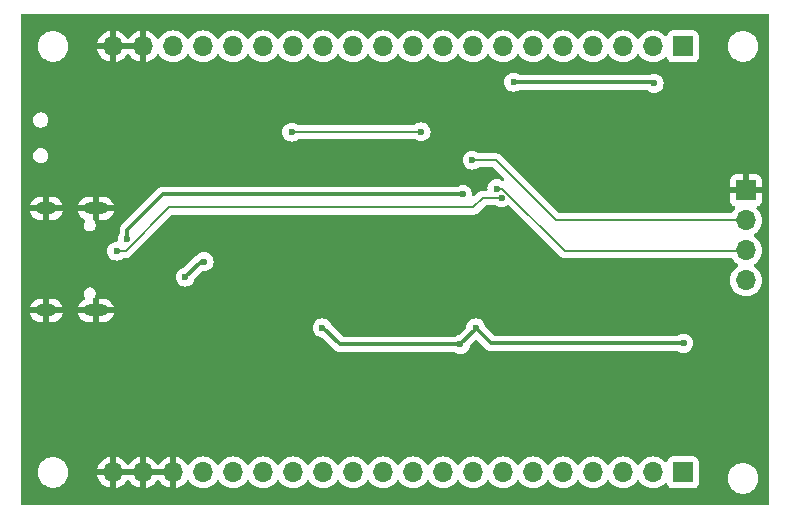
<source format=gbr>
%TF.GenerationSoftware,KiCad,Pcbnew,8.0.0*%
%TF.CreationDate,2024-03-08T02:50:51-08:00*%
%TF.ProjectId,blackpill,626c6163-6b70-4696-9c6c-2e6b69636164,rev?*%
%TF.SameCoordinates,Original*%
%TF.FileFunction,Copper,L2,Bot*%
%TF.FilePolarity,Positive*%
%FSLAX46Y46*%
G04 Gerber Fmt 4.6, Leading zero omitted, Abs format (unit mm)*
G04 Created by KiCad (PCBNEW 8.0.0) date 2024-03-08 02:50:51*
%MOMM*%
%LPD*%
G01*
G04 APERTURE LIST*
%TA.AperFunction,ComponentPad*%
%ADD10O,1.800000X1.000000*%
%TD*%
%TA.AperFunction,ComponentPad*%
%ADD11O,2.100000X1.000000*%
%TD*%
%TA.AperFunction,ComponentPad*%
%ADD12R,1.700000X1.700000*%
%TD*%
%TA.AperFunction,ComponentPad*%
%ADD13O,1.700000X1.700000*%
%TD*%
%TA.AperFunction,ViaPad*%
%ADD14C,0.600000*%
%TD*%
%TA.AperFunction,Conductor*%
%ADD15C,0.300000*%
%TD*%
%TA.AperFunction,Conductor*%
%ADD16C,0.200000*%
%TD*%
G04 APERTURE END LIST*
D10*
%TO.P,J1,S1,SHIELD*%
%TO.N,GND*%
X57345000Y-96522000D03*
D11*
X61525000Y-96522000D03*
D10*
X57345000Y-87882000D03*
D11*
X61525000Y-87882000D03*
%TD*%
D12*
%TO.P,J4,1,Pin_1*%
%TO.N,+3.3V*%
X111252000Y-74168000D03*
D13*
%TO.P,J4,2,Pin_2*%
X108712000Y-74168000D03*
%TO.P,J4,3,Pin_3*%
%TO.N,PB14*%
X106172000Y-74168000D03*
%TO.P,J4,4,Pin_4*%
%TO.N,PB15*%
X103632000Y-74168000D03*
%TO.P,J4,5,Pin_5*%
%TO.N,PA8*%
X101092000Y-74168000D03*
%TO.P,J4,6,Pin_6*%
%TO.N,PA9*%
X98552000Y-74168000D03*
%TO.P,J4,7,Pin_7*%
%TO.N,PA10*%
X96012000Y-74168000D03*
%TO.P,J4,8,Pin_8*%
%TO.N,PA15*%
X93472000Y-74168000D03*
%TO.P,J4,9,Pin_9*%
%TO.N,PB3*%
X90932000Y-74168000D03*
%TO.P,J4,10,Pin_10*%
%TO.N,PB4*%
X88392000Y-74168000D03*
%TO.P,J4,11,Pin_11*%
%TO.N,PB5*%
X85852000Y-74168000D03*
%TO.P,J4,12,Pin_12*%
%TO.N,USART1_TX*%
X83312000Y-74168000D03*
%TO.P,J4,13,Pin_13*%
%TO.N,USART1_RX*%
X80772000Y-74168000D03*
%TO.P,J4,14,Pin_14*%
%TO.N,PB8*%
X78232000Y-74168000D03*
%TO.P,J4,15,Pin_15*%
%TO.N,PB9*%
X75692000Y-74168000D03*
%TO.P,J4,16,Pin_16*%
%TO.N,PC13*%
X73152000Y-74168000D03*
%TO.P,J4,17,Pin_17*%
%TO.N,PC14*%
X70612000Y-74168000D03*
%TO.P,J4,18,Pin_18*%
%TO.N,PC15*%
X68072000Y-74168000D03*
%TO.P,J4,19,Pin_19*%
%TO.N,GND*%
X65532000Y-74168000D03*
%TO.P,J4,20,Pin_20*%
X62992000Y-74168000D03*
%TD*%
D12*
%TO.P,J3,1,Pin_1*%
%TO.N,+3.3V*%
X111252000Y-110236000D03*
D13*
%TO.P,J3,2,Pin_2*%
X108712000Y-110236000D03*
%TO.P,J3,3,Pin_3*%
%TO.N,PB13*%
X106172000Y-110236000D03*
%TO.P,J3,4,Pin_4*%
%TO.N,PB12*%
X103632000Y-110236000D03*
%TO.P,J3,5,Pin_5*%
%TO.N,I2C2_SDA*%
X101092000Y-110236000D03*
%TO.P,J3,6,Pin_6*%
%TO.N,I2C2_SCL*%
X98552000Y-110236000D03*
%TO.P,J3,7,Pin_7*%
%TO.N,PB2*%
X96012000Y-110236000D03*
%TO.P,J3,8,Pin_8*%
%TO.N,PB1*%
X93472000Y-110236000D03*
%TO.P,J3,9,Pin_9*%
%TO.N,PB0*%
X90932000Y-110236000D03*
%TO.P,J3,10,Pin_10*%
%TO.N,PA7*%
X88392000Y-110236000D03*
%TO.P,J3,11,Pin_11*%
%TO.N,PA6*%
X85852000Y-110236000D03*
%TO.P,J3,12,Pin_12*%
%TO.N,PA5*%
X83312000Y-110236000D03*
%TO.P,J3,13,Pin_13*%
%TO.N,PA4*%
X80772000Y-110236000D03*
%TO.P,J3,14,Pin_14*%
%TO.N,PA3*%
X78232000Y-110236000D03*
%TO.P,J3,15,Pin_15*%
%TO.N,PA2*%
X75692000Y-110236000D03*
%TO.P,J3,16,Pin_16*%
%TO.N,PA1*%
X73152000Y-110236000D03*
%TO.P,J3,17,Pin_17*%
%TO.N,PA0*%
X70612000Y-110236000D03*
%TO.P,J3,18,Pin_18*%
%TO.N,GND*%
X68072000Y-110236000D03*
%TO.P,J3,19,Pin_19*%
X65532000Y-110236000D03*
%TO.P,J3,20,Pin_20*%
X62992000Y-110236000D03*
%TD*%
D12*
%TO.P,J2,1,Pin_1*%
%TO.N,GND*%
X116586000Y-86360000D03*
D13*
%TO.P,J2,2,Pin_2*%
%TO.N,SWCLK*%
X116586000Y-88900000D03*
%TO.P,J2,3,Pin_3*%
%TO.N,SWDIO*%
X116586000Y-91440000D03*
%TO.P,J2,4,Pin_4*%
%TO.N,+3.3V*%
X116586000Y-93980000D03*
%TD*%
D14*
%TO.N,GND*%
X73700000Y-100100000D03*
X74500000Y-96900000D03*
X72700000Y-98300000D03*
X91600000Y-88900000D03*
X71900000Y-85300000D03*
X71900000Y-89200000D03*
%TO.N,+5V*%
X70700000Y-92400000D03*
X69100000Y-93700000D03*
%TO.N,GND*%
X67200000Y-95000000D03*
X63600000Y-95500000D03*
X75500000Y-99600000D03*
X75800000Y-95500000D03*
X73900000Y-90400000D03*
X80200000Y-89800000D03*
X87100000Y-88700000D03*
X92700000Y-96900000D03*
X97900000Y-84300000D03*
X92700000Y-85600000D03*
X85900000Y-82700000D03*
X78600000Y-85600000D03*
%TO.N,+3.3V*%
X108800000Y-77300000D03*
X96900000Y-77200000D03*
X80700000Y-98000000D03*
X111300000Y-99300000D03*
X93700000Y-98000000D03*
X92400000Y-99400000D03*
%TO.N,Net-(U2-BOOT0)*%
X89066000Y-81400000D03*
X78122000Y-81426700D03*
%TO.N,SWCLK*%
X93400000Y-83800000D03*
%TO.N,SWDIO*%
X95500000Y-86200000D03*
%TO.N,USB_D+*%
X64200000Y-90500000D03*
X92600000Y-86700000D03*
%TO.N,USB_D-*%
X63300000Y-91500000D03*
X95900000Y-86984000D03*
%TD*%
D15*
%TO.N,+5V*%
X70400000Y-92400000D02*
X69100000Y-93700000D01*
X70700000Y-92400000D02*
X70400000Y-92400000D01*
%TO.N,+3.3V*%
X108700000Y-77200000D02*
X96900000Y-77200000D01*
X108800000Y-77300000D02*
X108700000Y-77200000D01*
X80700000Y-97900000D02*
X80800000Y-98000000D01*
X80700000Y-98000000D02*
X80700000Y-97900000D01*
X80800000Y-98000000D02*
X80700000Y-98000000D01*
X82200000Y-99400000D02*
X80800000Y-98000000D01*
X92400000Y-99400000D02*
X82200000Y-99400000D01*
X95000000Y-99300000D02*
X93700000Y-98000000D01*
X111300000Y-99300000D02*
X95000000Y-99300000D01*
X93700000Y-98100000D02*
X92400000Y-99400000D01*
X93700000Y-98000000D02*
X93700000Y-98100000D01*
D16*
%TO.N,Net-(U2-BOOT0)*%
X89039300Y-81426700D02*
X89066000Y-81400000D01*
X78122000Y-81426700D02*
X89039300Y-81426700D01*
%TO.N,SWCLK*%
X93400000Y-83800000D02*
X95400000Y-83800000D01*
X100500000Y-88900000D02*
X95400000Y-83800000D01*
X116586000Y-88900000D02*
X100500000Y-88900000D01*
%TO.N,SWDIO*%
X101264529Y-91500000D02*
X116526000Y-91500000D01*
X95964529Y-86200000D02*
X101264529Y-91500000D01*
X95500000Y-86200000D02*
X95964529Y-86200000D01*
X116526000Y-91500000D02*
X116586000Y-91440000D01*
%TO.N,USB_D-*%
X64048529Y-91500000D02*
X63300000Y-91500000D01*
X93500000Y-87800000D02*
X67748529Y-87800000D01*
X94316000Y-86984000D02*
X93500000Y-87800000D01*
X67748529Y-87800000D02*
X64048529Y-91500000D01*
X95900000Y-86984000D02*
X94316000Y-86984000D01*
D15*
%TO.N,USB_D+*%
X64200000Y-89680761D02*
X64200000Y-90500000D01*
X67180761Y-86700000D02*
X64200000Y-89680761D01*
X92600000Y-86700000D02*
X67180761Y-86700000D01*
%TD*%
%TA.AperFunction,Conductor*%
%TO.N,GND*%
G36*
X65066075Y-110043007D02*
G01*
X65032000Y-110170174D01*
X65032000Y-110301826D01*
X65066075Y-110428993D01*
X65098988Y-110486000D01*
X63425012Y-110486000D01*
X63457925Y-110428993D01*
X63492000Y-110301826D01*
X63492000Y-110170174D01*
X63457925Y-110043007D01*
X63425012Y-109986000D01*
X65098988Y-109986000D01*
X65066075Y-110043007D01*
G37*
%TD.AperFunction*%
%TA.AperFunction,Conductor*%
G36*
X67606075Y-110043007D02*
G01*
X67572000Y-110170174D01*
X67572000Y-110301826D01*
X67606075Y-110428993D01*
X67638988Y-110486000D01*
X65965012Y-110486000D01*
X65997925Y-110428993D01*
X66032000Y-110301826D01*
X66032000Y-110170174D01*
X65997925Y-110043007D01*
X65965012Y-109986000D01*
X67638988Y-109986000D01*
X67606075Y-110043007D01*
G37*
%TD.AperFunction*%
%TA.AperFunction,Conductor*%
G36*
X65066075Y-73975007D02*
G01*
X65032000Y-74102174D01*
X65032000Y-74233826D01*
X65066075Y-74360993D01*
X65098988Y-74418000D01*
X63425012Y-74418000D01*
X63457925Y-74360993D01*
X63492000Y-74233826D01*
X63492000Y-74102174D01*
X63457925Y-73975007D01*
X63425012Y-73918000D01*
X65098988Y-73918000D01*
X65066075Y-73975007D01*
G37*
%TD.AperFunction*%
%TA.AperFunction,Conductor*%
G36*
X118514539Y-71440185D02*
G01*
X118560294Y-71492989D01*
X118571500Y-71544500D01*
X118571500Y-112859500D01*
X118551815Y-112926539D01*
X118499011Y-112972294D01*
X118447500Y-112983500D01*
X55288500Y-112983500D01*
X55221461Y-112963815D01*
X55175706Y-112911011D01*
X55164500Y-112859500D01*
X55164500Y-110337564D01*
X56621500Y-110337564D01*
X56653277Y-110538194D01*
X56653277Y-110538197D01*
X56716045Y-110731377D01*
X56716047Y-110731380D01*
X56802816Y-110901673D01*
X56808268Y-110912372D01*
X56927656Y-111076697D01*
X56927660Y-111076702D01*
X57071297Y-111220339D01*
X57071302Y-111220343D01*
X57145300Y-111274105D01*
X57235631Y-111339734D01*
X57393891Y-111420372D01*
X57416622Y-111431954D01*
X57609803Y-111494722D01*
X57609804Y-111494722D01*
X57609807Y-111494723D01*
X57810435Y-111526500D01*
X57810436Y-111526500D01*
X58013564Y-111526500D01*
X58013565Y-111526500D01*
X58214193Y-111494723D01*
X58214196Y-111494722D01*
X58214197Y-111494722D01*
X58407377Y-111431954D01*
X58407377Y-111431953D01*
X58407380Y-111431953D01*
X58588369Y-111339734D01*
X58752704Y-111220338D01*
X58896338Y-111076704D01*
X59015734Y-110912369D01*
X59107953Y-110731380D01*
X59115539Y-110708032D01*
X59170722Y-110538197D01*
X59170722Y-110538196D01*
X59170723Y-110538193D01*
X59178990Y-110486000D01*
X61661364Y-110486000D01*
X61718567Y-110699486D01*
X61718570Y-110699492D01*
X61818399Y-110913578D01*
X61953894Y-111107082D01*
X62120917Y-111274105D01*
X62314421Y-111409600D01*
X62528507Y-111509429D01*
X62528516Y-111509433D01*
X62742000Y-111566634D01*
X62742000Y-110669012D01*
X62799007Y-110701925D01*
X62926174Y-110736000D01*
X63057826Y-110736000D01*
X63184993Y-110701925D01*
X63242000Y-110669012D01*
X63242000Y-111566633D01*
X63455483Y-111509433D01*
X63455492Y-111509429D01*
X63669578Y-111409600D01*
X63863082Y-111274105D01*
X64030105Y-111107082D01*
X64160425Y-110920968D01*
X64215002Y-110877344D01*
X64284501Y-110870151D01*
X64346855Y-110901673D01*
X64363575Y-110920968D01*
X64493894Y-111107082D01*
X64660917Y-111274105D01*
X64854421Y-111409600D01*
X65068507Y-111509429D01*
X65068516Y-111509433D01*
X65282000Y-111566634D01*
X65282000Y-110669012D01*
X65339007Y-110701925D01*
X65466174Y-110736000D01*
X65597826Y-110736000D01*
X65724993Y-110701925D01*
X65782000Y-110669012D01*
X65782000Y-111566633D01*
X65995483Y-111509433D01*
X65995492Y-111509429D01*
X66209578Y-111409600D01*
X66403082Y-111274105D01*
X66570105Y-111107082D01*
X66700425Y-110920968D01*
X66755002Y-110877344D01*
X66824501Y-110870151D01*
X66886855Y-110901673D01*
X66903575Y-110920968D01*
X67033894Y-111107082D01*
X67200917Y-111274105D01*
X67394421Y-111409600D01*
X67608507Y-111509429D01*
X67608516Y-111509433D01*
X67822000Y-111566634D01*
X67822000Y-110669012D01*
X67879007Y-110701925D01*
X68006174Y-110736000D01*
X68137826Y-110736000D01*
X68264993Y-110701925D01*
X68322000Y-110669012D01*
X68322000Y-111566633D01*
X68535483Y-111509433D01*
X68535492Y-111509429D01*
X68749578Y-111409600D01*
X68943082Y-111274105D01*
X69110105Y-111107082D01*
X69240119Y-110921405D01*
X69294696Y-110877781D01*
X69364195Y-110870588D01*
X69426549Y-110902110D01*
X69443269Y-110921405D01*
X69573505Y-111107401D01*
X69740599Y-111274495D01*
X69833766Y-111339731D01*
X69934165Y-111410032D01*
X69934167Y-111410033D01*
X69934170Y-111410035D01*
X70148337Y-111509903D01*
X70376592Y-111571063D01*
X70553034Y-111586500D01*
X70611999Y-111591659D01*
X70612000Y-111591659D01*
X70612001Y-111591659D01*
X70670966Y-111586500D01*
X70847408Y-111571063D01*
X71075663Y-111509903D01*
X71289830Y-111410035D01*
X71483401Y-111274495D01*
X71650495Y-111107401D01*
X71780425Y-110921842D01*
X71835002Y-110878217D01*
X71904500Y-110871023D01*
X71966855Y-110902546D01*
X71983575Y-110921842D01*
X72113281Y-111107082D01*
X72113505Y-111107401D01*
X72280599Y-111274495D01*
X72373766Y-111339731D01*
X72474165Y-111410032D01*
X72474167Y-111410033D01*
X72474170Y-111410035D01*
X72688337Y-111509903D01*
X72916592Y-111571063D01*
X73093034Y-111586500D01*
X73151999Y-111591659D01*
X73152000Y-111591659D01*
X73152001Y-111591659D01*
X73210966Y-111586500D01*
X73387408Y-111571063D01*
X73615663Y-111509903D01*
X73829830Y-111410035D01*
X74023401Y-111274495D01*
X74190495Y-111107401D01*
X74320425Y-110921842D01*
X74375002Y-110878217D01*
X74444500Y-110871023D01*
X74506855Y-110902546D01*
X74523575Y-110921842D01*
X74653281Y-111107082D01*
X74653505Y-111107401D01*
X74820599Y-111274495D01*
X74913766Y-111339731D01*
X75014165Y-111410032D01*
X75014167Y-111410033D01*
X75014170Y-111410035D01*
X75228337Y-111509903D01*
X75456592Y-111571063D01*
X75633034Y-111586500D01*
X75691999Y-111591659D01*
X75692000Y-111591659D01*
X75692001Y-111591659D01*
X75750966Y-111586500D01*
X75927408Y-111571063D01*
X76155663Y-111509903D01*
X76369830Y-111410035D01*
X76563401Y-111274495D01*
X76730495Y-111107401D01*
X76860425Y-110921842D01*
X76915002Y-110878217D01*
X76984500Y-110871023D01*
X77046855Y-110902546D01*
X77063575Y-110921842D01*
X77193281Y-111107082D01*
X77193505Y-111107401D01*
X77360599Y-111274495D01*
X77453766Y-111339731D01*
X77554165Y-111410032D01*
X77554167Y-111410033D01*
X77554170Y-111410035D01*
X77768337Y-111509903D01*
X77996592Y-111571063D01*
X78173034Y-111586500D01*
X78231999Y-111591659D01*
X78232000Y-111591659D01*
X78232001Y-111591659D01*
X78290966Y-111586500D01*
X78467408Y-111571063D01*
X78695663Y-111509903D01*
X78909830Y-111410035D01*
X79103401Y-111274495D01*
X79270495Y-111107401D01*
X79400425Y-110921842D01*
X79455002Y-110878217D01*
X79524500Y-110871023D01*
X79586855Y-110902546D01*
X79603575Y-110921842D01*
X79733281Y-111107082D01*
X79733505Y-111107401D01*
X79900599Y-111274495D01*
X79993766Y-111339731D01*
X80094165Y-111410032D01*
X80094167Y-111410033D01*
X80094170Y-111410035D01*
X80308337Y-111509903D01*
X80536592Y-111571063D01*
X80713034Y-111586500D01*
X80771999Y-111591659D01*
X80772000Y-111591659D01*
X80772001Y-111591659D01*
X80830966Y-111586500D01*
X81007408Y-111571063D01*
X81235663Y-111509903D01*
X81449830Y-111410035D01*
X81643401Y-111274495D01*
X81810495Y-111107401D01*
X81940425Y-110921842D01*
X81995002Y-110878217D01*
X82064500Y-110871023D01*
X82126855Y-110902546D01*
X82143575Y-110921842D01*
X82273281Y-111107082D01*
X82273505Y-111107401D01*
X82440599Y-111274495D01*
X82533766Y-111339731D01*
X82634165Y-111410032D01*
X82634167Y-111410033D01*
X82634170Y-111410035D01*
X82848337Y-111509903D01*
X83076592Y-111571063D01*
X83253034Y-111586500D01*
X83311999Y-111591659D01*
X83312000Y-111591659D01*
X83312001Y-111591659D01*
X83370966Y-111586500D01*
X83547408Y-111571063D01*
X83775663Y-111509903D01*
X83989830Y-111410035D01*
X84183401Y-111274495D01*
X84350495Y-111107401D01*
X84480425Y-110921842D01*
X84535002Y-110878217D01*
X84604500Y-110871023D01*
X84666855Y-110902546D01*
X84683575Y-110921842D01*
X84813281Y-111107082D01*
X84813505Y-111107401D01*
X84980599Y-111274495D01*
X85073766Y-111339731D01*
X85174165Y-111410032D01*
X85174167Y-111410033D01*
X85174170Y-111410035D01*
X85388337Y-111509903D01*
X85616592Y-111571063D01*
X85793034Y-111586500D01*
X85851999Y-111591659D01*
X85852000Y-111591659D01*
X85852001Y-111591659D01*
X85910966Y-111586500D01*
X86087408Y-111571063D01*
X86315663Y-111509903D01*
X86529830Y-111410035D01*
X86723401Y-111274495D01*
X86890495Y-111107401D01*
X87020425Y-110921842D01*
X87075002Y-110878217D01*
X87144500Y-110871023D01*
X87206855Y-110902546D01*
X87223575Y-110921842D01*
X87353281Y-111107082D01*
X87353505Y-111107401D01*
X87520599Y-111274495D01*
X87613766Y-111339731D01*
X87714165Y-111410032D01*
X87714167Y-111410033D01*
X87714170Y-111410035D01*
X87928337Y-111509903D01*
X88156592Y-111571063D01*
X88333034Y-111586500D01*
X88391999Y-111591659D01*
X88392000Y-111591659D01*
X88392001Y-111591659D01*
X88450966Y-111586500D01*
X88627408Y-111571063D01*
X88855663Y-111509903D01*
X89069830Y-111410035D01*
X89263401Y-111274495D01*
X89430495Y-111107401D01*
X89560425Y-110921842D01*
X89615002Y-110878217D01*
X89684500Y-110871023D01*
X89746855Y-110902546D01*
X89763575Y-110921842D01*
X89893281Y-111107082D01*
X89893505Y-111107401D01*
X90060599Y-111274495D01*
X90153766Y-111339731D01*
X90254165Y-111410032D01*
X90254167Y-111410033D01*
X90254170Y-111410035D01*
X90468337Y-111509903D01*
X90696592Y-111571063D01*
X90873034Y-111586500D01*
X90931999Y-111591659D01*
X90932000Y-111591659D01*
X90932001Y-111591659D01*
X90990966Y-111586500D01*
X91167408Y-111571063D01*
X91395663Y-111509903D01*
X91609830Y-111410035D01*
X91803401Y-111274495D01*
X91970495Y-111107401D01*
X92100425Y-110921842D01*
X92155002Y-110878217D01*
X92224500Y-110871023D01*
X92286855Y-110902546D01*
X92303575Y-110921842D01*
X92433281Y-111107082D01*
X92433505Y-111107401D01*
X92600599Y-111274495D01*
X92693766Y-111339731D01*
X92794165Y-111410032D01*
X92794167Y-111410033D01*
X92794170Y-111410035D01*
X93008337Y-111509903D01*
X93236592Y-111571063D01*
X93413034Y-111586500D01*
X93471999Y-111591659D01*
X93472000Y-111591659D01*
X93472001Y-111591659D01*
X93530966Y-111586500D01*
X93707408Y-111571063D01*
X93935663Y-111509903D01*
X94149830Y-111410035D01*
X94343401Y-111274495D01*
X94510495Y-111107401D01*
X94640425Y-110921842D01*
X94695002Y-110878217D01*
X94764500Y-110871023D01*
X94826855Y-110902546D01*
X94843575Y-110921842D01*
X94973281Y-111107082D01*
X94973505Y-111107401D01*
X95140599Y-111274495D01*
X95233766Y-111339731D01*
X95334165Y-111410032D01*
X95334167Y-111410033D01*
X95334170Y-111410035D01*
X95548337Y-111509903D01*
X95776592Y-111571063D01*
X95953034Y-111586500D01*
X96011999Y-111591659D01*
X96012000Y-111591659D01*
X96012001Y-111591659D01*
X96070966Y-111586500D01*
X96247408Y-111571063D01*
X96475663Y-111509903D01*
X96689830Y-111410035D01*
X96883401Y-111274495D01*
X97050495Y-111107401D01*
X97180425Y-110921842D01*
X97235002Y-110878217D01*
X97304500Y-110871023D01*
X97366855Y-110902546D01*
X97383575Y-110921842D01*
X97513281Y-111107082D01*
X97513505Y-111107401D01*
X97680599Y-111274495D01*
X97773766Y-111339731D01*
X97874165Y-111410032D01*
X97874167Y-111410033D01*
X97874170Y-111410035D01*
X98088337Y-111509903D01*
X98316592Y-111571063D01*
X98493034Y-111586500D01*
X98551999Y-111591659D01*
X98552000Y-111591659D01*
X98552001Y-111591659D01*
X98610966Y-111586500D01*
X98787408Y-111571063D01*
X99015663Y-111509903D01*
X99229830Y-111410035D01*
X99423401Y-111274495D01*
X99590495Y-111107401D01*
X99720425Y-110921842D01*
X99775002Y-110878217D01*
X99844500Y-110871023D01*
X99906855Y-110902546D01*
X99923575Y-110921842D01*
X100053281Y-111107082D01*
X100053505Y-111107401D01*
X100220599Y-111274495D01*
X100313766Y-111339731D01*
X100414165Y-111410032D01*
X100414167Y-111410033D01*
X100414170Y-111410035D01*
X100628337Y-111509903D01*
X100856592Y-111571063D01*
X101033034Y-111586500D01*
X101091999Y-111591659D01*
X101092000Y-111591659D01*
X101092001Y-111591659D01*
X101150966Y-111586500D01*
X101327408Y-111571063D01*
X101555663Y-111509903D01*
X101769830Y-111410035D01*
X101963401Y-111274495D01*
X102130495Y-111107401D01*
X102260425Y-110921842D01*
X102315002Y-110878217D01*
X102384500Y-110871023D01*
X102446855Y-110902546D01*
X102463575Y-110921842D01*
X102593281Y-111107082D01*
X102593505Y-111107401D01*
X102760599Y-111274495D01*
X102853766Y-111339731D01*
X102954165Y-111410032D01*
X102954167Y-111410033D01*
X102954170Y-111410035D01*
X103168337Y-111509903D01*
X103396592Y-111571063D01*
X103573034Y-111586500D01*
X103631999Y-111591659D01*
X103632000Y-111591659D01*
X103632001Y-111591659D01*
X103690966Y-111586500D01*
X103867408Y-111571063D01*
X104095663Y-111509903D01*
X104309830Y-111410035D01*
X104503401Y-111274495D01*
X104670495Y-111107401D01*
X104800425Y-110921842D01*
X104855002Y-110878217D01*
X104924500Y-110871023D01*
X104986855Y-110902546D01*
X105003575Y-110921842D01*
X105133281Y-111107082D01*
X105133505Y-111107401D01*
X105300599Y-111274495D01*
X105393766Y-111339731D01*
X105494165Y-111410032D01*
X105494167Y-111410033D01*
X105494170Y-111410035D01*
X105708337Y-111509903D01*
X105936592Y-111571063D01*
X106113034Y-111586500D01*
X106171999Y-111591659D01*
X106172000Y-111591659D01*
X106172001Y-111591659D01*
X106230966Y-111586500D01*
X106407408Y-111571063D01*
X106635663Y-111509903D01*
X106849830Y-111410035D01*
X107043401Y-111274495D01*
X107210495Y-111107401D01*
X107340425Y-110921842D01*
X107395002Y-110878217D01*
X107464500Y-110871023D01*
X107526855Y-110902546D01*
X107543575Y-110921842D01*
X107673281Y-111107082D01*
X107673505Y-111107401D01*
X107840599Y-111274495D01*
X107933766Y-111339731D01*
X108034165Y-111410032D01*
X108034167Y-111410033D01*
X108034170Y-111410035D01*
X108248337Y-111509903D01*
X108476592Y-111571063D01*
X108653034Y-111586500D01*
X108711999Y-111591659D01*
X108712000Y-111591659D01*
X108712001Y-111591659D01*
X108770966Y-111586500D01*
X108947408Y-111571063D01*
X109175663Y-111509903D01*
X109389830Y-111410035D01*
X109583401Y-111274495D01*
X109705329Y-111152566D01*
X109766648Y-111119084D01*
X109836340Y-111124068D01*
X109892274Y-111165939D01*
X109909189Y-111196917D01*
X109958202Y-111328328D01*
X109958206Y-111328335D01*
X110044452Y-111443544D01*
X110044455Y-111443547D01*
X110159664Y-111529793D01*
X110159671Y-111529797D01*
X110294517Y-111580091D01*
X110294516Y-111580091D01*
X110301444Y-111580835D01*
X110354127Y-111586500D01*
X112149872Y-111586499D01*
X112209483Y-111580091D01*
X112344331Y-111529796D01*
X112459546Y-111443546D01*
X112545796Y-111328331D01*
X112596091Y-111193483D01*
X112602500Y-111133873D01*
X112602500Y-110845565D01*
X115041500Y-110845565D01*
X115046603Y-110877781D01*
X115073277Y-111046194D01*
X115073277Y-111046197D01*
X115136045Y-111239377D01*
X115228268Y-111420372D01*
X115347656Y-111584697D01*
X115347660Y-111584702D01*
X115491297Y-111728339D01*
X115491302Y-111728343D01*
X115634635Y-111832480D01*
X115655631Y-111847734D01*
X115836620Y-111939953D01*
X115836622Y-111939954D01*
X116029803Y-112002722D01*
X116029804Y-112002722D01*
X116029807Y-112002723D01*
X116230435Y-112034500D01*
X116230436Y-112034500D01*
X116433564Y-112034500D01*
X116433565Y-112034500D01*
X116634193Y-112002723D01*
X116634196Y-112002722D01*
X116634197Y-112002722D01*
X116827377Y-111939954D01*
X116827377Y-111939953D01*
X116827380Y-111939953D01*
X117008369Y-111847734D01*
X117172704Y-111728338D01*
X117316338Y-111584704D01*
X117435734Y-111420369D01*
X117527953Y-111239380D01*
X117527954Y-111239377D01*
X117590722Y-111046197D01*
X117590722Y-111046196D01*
X117590723Y-111046193D01*
X117622500Y-110845565D01*
X117622500Y-110642435D01*
X117590723Y-110441807D01*
X117590722Y-110441803D01*
X117590722Y-110441802D01*
X117527954Y-110248622D01*
X117521523Y-110236000D01*
X117435734Y-110067631D01*
X117417844Y-110043007D01*
X117316343Y-109903302D01*
X117316339Y-109903297D01*
X117172702Y-109759660D01*
X117172697Y-109759656D01*
X117008372Y-109640268D01*
X117008371Y-109640267D01*
X117008369Y-109640266D01*
X116871105Y-109570326D01*
X116827377Y-109548045D01*
X116634196Y-109485277D01*
X116483722Y-109461444D01*
X116433565Y-109453500D01*
X116230435Y-109453500D01*
X116163559Y-109464092D01*
X116029805Y-109485277D01*
X116029802Y-109485277D01*
X115836622Y-109548045D01*
X115655627Y-109640268D01*
X115491302Y-109759656D01*
X115491297Y-109759660D01*
X115347660Y-109903297D01*
X115347656Y-109903302D01*
X115228268Y-110067627D01*
X115136045Y-110248622D01*
X115073277Y-110441802D01*
X115073277Y-110441805D01*
X115058010Y-110538194D01*
X115041500Y-110642435D01*
X115041500Y-110845565D01*
X112602500Y-110845565D01*
X112602499Y-109338128D01*
X112596091Y-109278517D01*
X112594810Y-109275083D01*
X112545797Y-109143671D01*
X112545793Y-109143664D01*
X112459547Y-109028455D01*
X112459544Y-109028452D01*
X112344335Y-108942206D01*
X112344328Y-108942202D01*
X112209482Y-108891908D01*
X112209483Y-108891908D01*
X112149883Y-108885501D01*
X112149881Y-108885500D01*
X112149873Y-108885500D01*
X112149864Y-108885500D01*
X110354129Y-108885500D01*
X110354123Y-108885501D01*
X110294516Y-108891908D01*
X110159671Y-108942202D01*
X110159664Y-108942206D01*
X110044455Y-109028452D01*
X110044452Y-109028455D01*
X109958206Y-109143664D01*
X109958203Y-109143669D01*
X109909189Y-109275083D01*
X109867317Y-109331016D01*
X109801853Y-109355433D01*
X109733580Y-109340581D01*
X109705326Y-109319430D01*
X109583402Y-109197506D01*
X109583395Y-109197501D01*
X109389834Y-109061967D01*
X109389830Y-109061965D01*
X109342827Y-109040047D01*
X109175663Y-108962097D01*
X109175659Y-108962096D01*
X109175655Y-108962094D01*
X108947413Y-108900938D01*
X108947403Y-108900936D01*
X108712001Y-108880341D01*
X108711999Y-108880341D01*
X108476596Y-108900936D01*
X108476586Y-108900938D01*
X108248344Y-108962094D01*
X108248335Y-108962098D01*
X108034171Y-109061964D01*
X108034169Y-109061965D01*
X107840597Y-109197505D01*
X107673505Y-109364597D01*
X107543575Y-109550158D01*
X107488998Y-109593783D01*
X107419500Y-109600977D01*
X107357145Y-109569454D01*
X107340425Y-109550158D01*
X107210494Y-109364597D01*
X107043402Y-109197506D01*
X107043395Y-109197501D01*
X106849834Y-109061967D01*
X106849830Y-109061965D01*
X106802827Y-109040047D01*
X106635663Y-108962097D01*
X106635659Y-108962096D01*
X106635655Y-108962094D01*
X106407413Y-108900938D01*
X106407403Y-108900936D01*
X106172001Y-108880341D01*
X106171999Y-108880341D01*
X105936596Y-108900936D01*
X105936586Y-108900938D01*
X105708344Y-108962094D01*
X105708335Y-108962098D01*
X105494171Y-109061964D01*
X105494169Y-109061965D01*
X105300597Y-109197505D01*
X105133505Y-109364597D01*
X105003575Y-109550158D01*
X104948998Y-109593783D01*
X104879500Y-109600977D01*
X104817145Y-109569454D01*
X104800425Y-109550158D01*
X104670494Y-109364597D01*
X104503402Y-109197506D01*
X104503395Y-109197501D01*
X104309834Y-109061967D01*
X104309830Y-109061965D01*
X104262827Y-109040047D01*
X104095663Y-108962097D01*
X104095659Y-108962096D01*
X104095655Y-108962094D01*
X103867413Y-108900938D01*
X103867403Y-108900936D01*
X103632001Y-108880341D01*
X103631999Y-108880341D01*
X103396596Y-108900936D01*
X103396586Y-108900938D01*
X103168344Y-108962094D01*
X103168335Y-108962098D01*
X102954171Y-109061964D01*
X102954169Y-109061965D01*
X102760597Y-109197505D01*
X102593505Y-109364597D01*
X102463575Y-109550158D01*
X102408998Y-109593783D01*
X102339500Y-109600977D01*
X102277145Y-109569454D01*
X102260425Y-109550158D01*
X102130494Y-109364597D01*
X101963402Y-109197506D01*
X101963395Y-109197501D01*
X101769834Y-109061967D01*
X101769830Y-109061965D01*
X101722827Y-109040047D01*
X101555663Y-108962097D01*
X101555659Y-108962096D01*
X101555655Y-108962094D01*
X101327413Y-108900938D01*
X101327403Y-108900936D01*
X101092001Y-108880341D01*
X101091999Y-108880341D01*
X100856596Y-108900936D01*
X100856586Y-108900938D01*
X100628344Y-108962094D01*
X100628335Y-108962098D01*
X100414171Y-109061964D01*
X100414169Y-109061965D01*
X100220597Y-109197505D01*
X100053505Y-109364597D01*
X99923575Y-109550158D01*
X99868998Y-109593783D01*
X99799500Y-109600977D01*
X99737145Y-109569454D01*
X99720425Y-109550158D01*
X99590494Y-109364597D01*
X99423402Y-109197506D01*
X99423395Y-109197501D01*
X99229834Y-109061967D01*
X99229830Y-109061965D01*
X99182827Y-109040047D01*
X99015663Y-108962097D01*
X99015659Y-108962096D01*
X99015655Y-108962094D01*
X98787413Y-108900938D01*
X98787403Y-108900936D01*
X98552001Y-108880341D01*
X98551999Y-108880341D01*
X98316596Y-108900936D01*
X98316586Y-108900938D01*
X98088344Y-108962094D01*
X98088335Y-108962098D01*
X97874171Y-109061964D01*
X97874169Y-109061965D01*
X97680597Y-109197505D01*
X97513505Y-109364597D01*
X97383575Y-109550158D01*
X97328998Y-109593783D01*
X97259500Y-109600977D01*
X97197145Y-109569454D01*
X97180425Y-109550158D01*
X97050494Y-109364597D01*
X96883402Y-109197506D01*
X96883395Y-109197501D01*
X96689834Y-109061967D01*
X96689830Y-109061965D01*
X96642827Y-109040047D01*
X96475663Y-108962097D01*
X96475659Y-108962096D01*
X96475655Y-108962094D01*
X96247413Y-108900938D01*
X96247403Y-108900936D01*
X96012001Y-108880341D01*
X96011999Y-108880341D01*
X95776596Y-108900936D01*
X95776586Y-108900938D01*
X95548344Y-108962094D01*
X95548335Y-108962098D01*
X95334171Y-109061964D01*
X95334169Y-109061965D01*
X95140597Y-109197505D01*
X94973505Y-109364597D01*
X94843575Y-109550158D01*
X94788998Y-109593783D01*
X94719500Y-109600977D01*
X94657145Y-109569454D01*
X94640425Y-109550158D01*
X94510494Y-109364597D01*
X94343402Y-109197506D01*
X94343395Y-109197501D01*
X94149834Y-109061967D01*
X94149830Y-109061965D01*
X94102827Y-109040047D01*
X93935663Y-108962097D01*
X93935659Y-108962096D01*
X93935655Y-108962094D01*
X93707413Y-108900938D01*
X93707403Y-108900936D01*
X93472001Y-108880341D01*
X93471999Y-108880341D01*
X93236596Y-108900936D01*
X93236586Y-108900938D01*
X93008344Y-108962094D01*
X93008335Y-108962098D01*
X92794171Y-109061964D01*
X92794169Y-109061965D01*
X92600597Y-109197505D01*
X92433505Y-109364597D01*
X92303575Y-109550158D01*
X92248998Y-109593783D01*
X92179500Y-109600977D01*
X92117145Y-109569454D01*
X92100425Y-109550158D01*
X91970494Y-109364597D01*
X91803402Y-109197506D01*
X91803395Y-109197501D01*
X91609834Y-109061967D01*
X91609830Y-109061965D01*
X91562827Y-109040047D01*
X91395663Y-108962097D01*
X91395659Y-108962096D01*
X91395655Y-108962094D01*
X91167413Y-108900938D01*
X91167403Y-108900936D01*
X90932001Y-108880341D01*
X90931999Y-108880341D01*
X90696596Y-108900936D01*
X90696586Y-108900938D01*
X90468344Y-108962094D01*
X90468335Y-108962098D01*
X90254171Y-109061964D01*
X90254169Y-109061965D01*
X90060597Y-109197505D01*
X89893505Y-109364597D01*
X89763575Y-109550158D01*
X89708998Y-109593783D01*
X89639500Y-109600977D01*
X89577145Y-109569454D01*
X89560425Y-109550158D01*
X89430494Y-109364597D01*
X89263402Y-109197506D01*
X89263395Y-109197501D01*
X89069834Y-109061967D01*
X89069830Y-109061965D01*
X89022827Y-109040047D01*
X88855663Y-108962097D01*
X88855659Y-108962096D01*
X88855655Y-108962094D01*
X88627413Y-108900938D01*
X88627403Y-108900936D01*
X88392001Y-108880341D01*
X88391999Y-108880341D01*
X88156596Y-108900936D01*
X88156586Y-108900938D01*
X87928344Y-108962094D01*
X87928335Y-108962098D01*
X87714171Y-109061964D01*
X87714169Y-109061965D01*
X87520597Y-109197505D01*
X87353505Y-109364597D01*
X87223575Y-109550158D01*
X87168998Y-109593783D01*
X87099500Y-109600977D01*
X87037145Y-109569454D01*
X87020425Y-109550158D01*
X86890494Y-109364597D01*
X86723402Y-109197506D01*
X86723395Y-109197501D01*
X86529834Y-109061967D01*
X86529830Y-109061965D01*
X86482827Y-109040047D01*
X86315663Y-108962097D01*
X86315659Y-108962096D01*
X86315655Y-108962094D01*
X86087413Y-108900938D01*
X86087403Y-108900936D01*
X85852001Y-108880341D01*
X85851999Y-108880341D01*
X85616596Y-108900936D01*
X85616586Y-108900938D01*
X85388344Y-108962094D01*
X85388335Y-108962098D01*
X85174171Y-109061964D01*
X85174169Y-109061965D01*
X84980597Y-109197505D01*
X84813505Y-109364597D01*
X84683575Y-109550158D01*
X84628998Y-109593783D01*
X84559500Y-109600977D01*
X84497145Y-109569454D01*
X84480425Y-109550158D01*
X84350494Y-109364597D01*
X84183402Y-109197506D01*
X84183395Y-109197501D01*
X83989834Y-109061967D01*
X83989830Y-109061965D01*
X83942827Y-109040047D01*
X83775663Y-108962097D01*
X83775659Y-108962096D01*
X83775655Y-108962094D01*
X83547413Y-108900938D01*
X83547403Y-108900936D01*
X83312001Y-108880341D01*
X83311999Y-108880341D01*
X83076596Y-108900936D01*
X83076586Y-108900938D01*
X82848344Y-108962094D01*
X82848335Y-108962098D01*
X82634171Y-109061964D01*
X82634169Y-109061965D01*
X82440597Y-109197505D01*
X82273505Y-109364597D01*
X82143575Y-109550158D01*
X82088998Y-109593783D01*
X82019500Y-109600977D01*
X81957145Y-109569454D01*
X81940425Y-109550158D01*
X81810494Y-109364597D01*
X81643402Y-109197506D01*
X81643395Y-109197501D01*
X81449834Y-109061967D01*
X81449830Y-109061965D01*
X81402827Y-109040047D01*
X81235663Y-108962097D01*
X81235659Y-108962096D01*
X81235655Y-108962094D01*
X81007413Y-108900938D01*
X81007403Y-108900936D01*
X80772001Y-108880341D01*
X80771999Y-108880341D01*
X80536596Y-108900936D01*
X80536586Y-108900938D01*
X80308344Y-108962094D01*
X80308335Y-108962098D01*
X80094171Y-109061964D01*
X80094169Y-109061965D01*
X79900597Y-109197505D01*
X79733505Y-109364597D01*
X79603575Y-109550158D01*
X79548998Y-109593783D01*
X79479500Y-109600977D01*
X79417145Y-109569454D01*
X79400425Y-109550158D01*
X79270494Y-109364597D01*
X79103402Y-109197506D01*
X79103395Y-109197501D01*
X78909834Y-109061967D01*
X78909830Y-109061965D01*
X78862827Y-109040047D01*
X78695663Y-108962097D01*
X78695659Y-108962096D01*
X78695655Y-108962094D01*
X78467413Y-108900938D01*
X78467403Y-108900936D01*
X78232001Y-108880341D01*
X78231999Y-108880341D01*
X77996596Y-108900936D01*
X77996586Y-108900938D01*
X77768344Y-108962094D01*
X77768335Y-108962098D01*
X77554171Y-109061964D01*
X77554169Y-109061965D01*
X77360597Y-109197505D01*
X77193505Y-109364597D01*
X77063575Y-109550158D01*
X77008998Y-109593783D01*
X76939500Y-109600977D01*
X76877145Y-109569454D01*
X76860425Y-109550158D01*
X76730494Y-109364597D01*
X76563402Y-109197506D01*
X76563395Y-109197501D01*
X76369834Y-109061967D01*
X76369830Y-109061965D01*
X76322827Y-109040047D01*
X76155663Y-108962097D01*
X76155659Y-108962096D01*
X76155655Y-108962094D01*
X75927413Y-108900938D01*
X75927403Y-108900936D01*
X75692001Y-108880341D01*
X75691999Y-108880341D01*
X75456596Y-108900936D01*
X75456586Y-108900938D01*
X75228344Y-108962094D01*
X75228335Y-108962098D01*
X75014171Y-109061964D01*
X75014169Y-109061965D01*
X74820597Y-109197505D01*
X74653505Y-109364597D01*
X74523575Y-109550158D01*
X74468998Y-109593783D01*
X74399500Y-109600977D01*
X74337145Y-109569454D01*
X74320425Y-109550158D01*
X74190494Y-109364597D01*
X74023402Y-109197506D01*
X74023395Y-109197501D01*
X73829834Y-109061967D01*
X73829830Y-109061965D01*
X73782827Y-109040047D01*
X73615663Y-108962097D01*
X73615659Y-108962096D01*
X73615655Y-108962094D01*
X73387413Y-108900938D01*
X73387403Y-108900936D01*
X73152001Y-108880341D01*
X73151999Y-108880341D01*
X72916596Y-108900936D01*
X72916586Y-108900938D01*
X72688344Y-108962094D01*
X72688335Y-108962098D01*
X72474171Y-109061964D01*
X72474169Y-109061965D01*
X72280597Y-109197505D01*
X72113505Y-109364597D01*
X71983575Y-109550158D01*
X71928998Y-109593783D01*
X71859500Y-109600977D01*
X71797145Y-109569454D01*
X71780425Y-109550158D01*
X71650494Y-109364597D01*
X71483402Y-109197506D01*
X71483395Y-109197501D01*
X71289834Y-109061967D01*
X71289830Y-109061965D01*
X71242827Y-109040047D01*
X71075663Y-108962097D01*
X71075659Y-108962096D01*
X71075655Y-108962094D01*
X70847413Y-108900938D01*
X70847403Y-108900936D01*
X70612001Y-108880341D01*
X70611999Y-108880341D01*
X70376596Y-108900936D01*
X70376586Y-108900938D01*
X70148344Y-108962094D01*
X70148335Y-108962098D01*
X69934171Y-109061964D01*
X69934169Y-109061965D01*
X69740597Y-109197505D01*
X69573508Y-109364594D01*
X69443269Y-109550595D01*
X69388692Y-109594219D01*
X69319193Y-109601412D01*
X69256839Y-109569890D01*
X69240119Y-109550594D01*
X69110113Y-109364926D01*
X69110108Y-109364920D01*
X68943082Y-109197894D01*
X68749578Y-109062399D01*
X68535492Y-108962570D01*
X68535486Y-108962567D01*
X68322000Y-108905364D01*
X68322000Y-109802988D01*
X68264993Y-109770075D01*
X68137826Y-109736000D01*
X68006174Y-109736000D01*
X67879007Y-109770075D01*
X67822000Y-109802988D01*
X67822000Y-108905364D01*
X67821999Y-108905364D01*
X67608513Y-108962567D01*
X67608507Y-108962570D01*
X67394422Y-109062399D01*
X67394420Y-109062400D01*
X67200926Y-109197886D01*
X67200920Y-109197891D01*
X67033891Y-109364920D01*
X67033890Y-109364922D01*
X66903575Y-109551031D01*
X66848998Y-109594655D01*
X66779499Y-109601848D01*
X66717145Y-109570326D01*
X66700425Y-109551031D01*
X66570109Y-109364922D01*
X66570108Y-109364920D01*
X66403082Y-109197894D01*
X66209578Y-109062399D01*
X65995492Y-108962570D01*
X65995486Y-108962567D01*
X65782000Y-108905364D01*
X65782000Y-109802988D01*
X65724993Y-109770075D01*
X65597826Y-109736000D01*
X65466174Y-109736000D01*
X65339007Y-109770075D01*
X65282000Y-109802988D01*
X65282000Y-108905364D01*
X65281999Y-108905364D01*
X65068513Y-108962567D01*
X65068507Y-108962570D01*
X64854422Y-109062399D01*
X64854420Y-109062400D01*
X64660926Y-109197886D01*
X64660920Y-109197891D01*
X64493891Y-109364920D01*
X64493890Y-109364922D01*
X64363575Y-109551031D01*
X64308998Y-109594655D01*
X64239499Y-109601848D01*
X64177145Y-109570326D01*
X64160425Y-109551031D01*
X64030109Y-109364922D01*
X64030108Y-109364920D01*
X63863082Y-109197894D01*
X63669578Y-109062399D01*
X63455492Y-108962570D01*
X63455486Y-108962567D01*
X63242000Y-108905364D01*
X63242000Y-109802988D01*
X63184993Y-109770075D01*
X63057826Y-109736000D01*
X62926174Y-109736000D01*
X62799007Y-109770075D01*
X62742000Y-109802988D01*
X62742000Y-108905364D01*
X62741999Y-108905364D01*
X62528513Y-108962567D01*
X62528507Y-108962570D01*
X62314422Y-109062399D01*
X62314420Y-109062400D01*
X62120926Y-109197886D01*
X62120920Y-109197891D01*
X61953891Y-109364920D01*
X61953886Y-109364926D01*
X61818400Y-109558420D01*
X61818399Y-109558422D01*
X61718570Y-109772507D01*
X61718567Y-109772513D01*
X61661364Y-109985999D01*
X61661364Y-109986000D01*
X62558988Y-109986000D01*
X62526075Y-110043007D01*
X62492000Y-110170174D01*
X62492000Y-110301826D01*
X62526075Y-110428993D01*
X62558988Y-110486000D01*
X61661364Y-110486000D01*
X59178990Y-110486000D01*
X59202500Y-110337565D01*
X59202500Y-110134435D01*
X59170723Y-109933807D01*
X59170722Y-109933803D01*
X59170722Y-109933802D01*
X59107954Y-109740622D01*
X59105599Y-109736000D01*
X59015734Y-109559631D01*
X58938626Y-109453500D01*
X58896343Y-109395302D01*
X58896339Y-109395297D01*
X58752702Y-109251660D01*
X58752697Y-109251656D01*
X58588372Y-109132268D01*
X58588371Y-109132267D01*
X58588369Y-109132266D01*
X58451250Y-109062400D01*
X58407377Y-109040045D01*
X58214196Y-108977277D01*
X58063722Y-108953444D01*
X58013565Y-108945500D01*
X57810435Y-108945500D01*
X57743559Y-108956092D01*
X57609805Y-108977277D01*
X57609802Y-108977277D01*
X57416622Y-109040045D01*
X57235627Y-109132268D01*
X57071302Y-109251656D01*
X57071297Y-109251660D01*
X56927660Y-109395297D01*
X56927656Y-109395302D01*
X56808268Y-109559627D01*
X56716045Y-109740622D01*
X56653277Y-109933802D01*
X56653277Y-109933805D01*
X56621500Y-110134435D01*
X56621500Y-110337564D01*
X55164500Y-110337564D01*
X55164500Y-98000003D01*
X79894435Y-98000003D01*
X79914630Y-98179249D01*
X79914631Y-98179254D01*
X79974211Y-98349523D01*
X80065266Y-98494435D01*
X80070184Y-98502262D01*
X80197738Y-98629816D01*
X80229065Y-98649500D01*
X80330412Y-98713181D01*
X80350478Y-98725789D01*
X80520745Y-98785368D01*
X80520750Y-98785369D01*
X80640674Y-98798880D01*
X80705088Y-98825946D01*
X80714473Y-98834419D01*
X81785325Y-99905272D01*
X81785326Y-99905273D01*
X81785329Y-99905275D01*
X81785331Y-99905277D01*
X81891873Y-99976465D01*
X82010256Y-100025501D01*
X82010260Y-100025501D01*
X82010261Y-100025502D01*
X82135928Y-100050500D01*
X82135931Y-100050500D01*
X91894932Y-100050500D01*
X91960904Y-100069506D01*
X92050477Y-100125789D01*
X92050481Y-100125790D01*
X92220737Y-100185366D01*
X92220743Y-100185367D01*
X92220745Y-100185368D01*
X92220746Y-100185368D01*
X92220750Y-100185369D01*
X92399996Y-100205565D01*
X92400000Y-100205565D01*
X92400004Y-100205565D01*
X92579249Y-100185369D01*
X92579252Y-100185368D01*
X92579255Y-100185368D01*
X92749522Y-100125789D01*
X92902262Y-100029816D01*
X93029816Y-99902262D01*
X93125789Y-99749522D01*
X93185368Y-99579255D01*
X93186182Y-99572025D01*
X93213245Y-99507611D01*
X93221712Y-99498232D01*
X93662322Y-99057623D01*
X93723641Y-99024141D01*
X93793333Y-99029125D01*
X93837680Y-99057626D01*
X94585325Y-99805272D01*
X94585332Y-99805278D01*
X94691863Y-99876459D01*
X94691867Y-99876461D01*
X94691874Y-99876466D01*
X94754152Y-99902262D01*
X94754153Y-99902262D01*
X94754154Y-99902263D01*
X94810251Y-99925499D01*
X94810256Y-99925501D01*
X94810260Y-99925501D01*
X94810261Y-99925502D01*
X94935928Y-99950500D01*
X94935931Y-99950500D01*
X110794932Y-99950500D01*
X110860904Y-99969506D01*
X110950477Y-100025789D01*
X110950481Y-100025790D01*
X111120737Y-100085366D01*
X111120743Y-100085367D01*
X111120745Y-100085368D01*
X111120746Y-100085368D01*
X111120750Y-100085369D01*
X111299996Y-100105565D01*
X111300000Y-100105565D01*
X111300004Y-100105565D01*
X111479249Y-100085369D01*
X111479252Y-100085368D01*
X111479255Y-100085368D01*
X111649522Y-100025789D01*
X111802262Y-99929816D01*
X111929816Y-99802262D01*
X112025789Y-99649522D01*
X112085368Y-99479255D01*
X112105565Y-99300000D01*
X112085368Y-99120745D01*
X112025789Y-98950478D01*
X111929816Y-98797738D01*
X111802262Y-98670184D01*
X111738017Y-98629816D01*
X111649523Y-98574211D01*
X111479254Y-98514631D01*
X111479249Y-98514630D01*
X111300004Y-98494435D01*
X111299996Y-98494435D01*
X111120750Y-98514630D01*
X111120737Y-98514633D01*
X110950481Y-98574209D01*
X110950477Y-98574210D01*
X110860904Y-98630494D01*
X110794932Y-98649500D01*
X95320808Y-98649500D01*
X95253769Y-98629815D01*
X95233127Y-98613181D01*
X94521722Y-97901776D01*
X94488237Y-97840453D01*
X94486182Y-97827973D01*
X94485368Y-97820745D01*
X94425789Y-97650478D01*
X94329816Y-97497738D01*
X94202262Y-97370184D01*
X94049523Y-97274211D01*
X93879254Y-97214631D01*
X93879249Y-97214630D01*
X93700004Y-97194435D01*
X93699996Y-97194435D01*
X93520750Y-97214630D01*
X93520745Y-97214631D01*
X93350476Y-97274211D01*
X93197737Y-97370184D01*
X93070184Y-97497737D01*
X92974210Y-97650478D01*
X92914630Y-97820750D01*
X92901118Y-97940676D01*
X92874051Y-98005090D01*
X92865579Y-98014473D01*
X92301775Y-98578277D01*
X92240452Y-98611762D01*
X92227988Y-98613815D01*
X92220752Y-98614630D01*
X92220745Y-98614632D01*
X92050476Y-98674211D01*
X91960904Y-98730494D01*
X91894932Y-98749500D01*
X82520808Y-98749500D01*
X82453769Y-98729815D01*
X82433127Y-98713181D01*
X81475602Y-97755656D01*
X81446241Y-97708928D01*
X81425789Y-97650478D01*
X81425789Y-97650477D01*
X81329815Y-97497737D01*
X81202262Y-97370184D01*
X81049523Y-97274211D01*
X80879254Y-97214631D01*
X80879249Y-97214630D01*
X80700004Y-97194435D01*
X80699996Y-97194435D01*
X80520750Y-97214630D01*
X80520745Y-97214631D01*
X80350476Y-97274211D01*
X80197737Y-97370184D01*
X80070184Y-97497737D01*
X79974211Y-97650476D01*
X79914631Y-97820745D01*
X79914630Y-97820750D01*
X79894435Y-97999996D01*
X79894435Y-98000003D01*
X55164500Y-98000003D01*
X55164500Y-96772000D01*
X55975138Y-96772000D01*
X55983430Y-96813690D01*
X55983430Y-96813692D01*
X56058807Y-96995671D01*
X56058814Y-96995684D01*
X56168248Y-97159462D01*
X56168251Y-97159466D01*
X56307533Y-97298748D01*
X56307537Y-97298751D01*
X56471315Y-97408185D01*
X56471328Y-97408192D01*
X56653306Y-97483569D01*
X56653318Y-97483572D01*
X56846504Y-97521999D01*
X56846508Y-97522000D01*
X57095000Y-97522000D01*
X57095000Y-96822000D01*
X57595000Y-96822000D01*
X57595000Y-97522000D01*
X57843492Y-97522000D01*
X57843495Y-97521999D01*
X58036681Y-97483572D01*
X58036693Y-97483569D01*
X58218671Y-97408192D01*
X58218684Y-97408185D01*
X58382462Y-97298751D01*
X58382466Y-97298748D01*
X58521748Y-97159466D01*
X58521751Y-97159462D01*
X58631185Y-96995684D01*
X58631192Y-96995671D01*
X58706569Y-96813692D01*
X58706569Y-96813690D01*
X58714862Y-96772000D01*
X60005138Y-96772000D01*
X60013430Y-96813690D01*
X60013430Y-96813692D01*
X60088807Y-96995671D01*
X60088814Y-96995684D01*
X60198248Y-97159462D01*
X60198251Y-97159466D01*
X60337533Y-97298748D01*
X60337537Y-97298751D01*
X60501315Y-97408185D01*
X60501328Y-97408192D01*
X60683306Y-97483569D01*
X60683318Y-97483572D01*
X60876504Y-97521999D01*
X60876508Y-97522000D01*
X61275000Y-97522000D01*
X61275000Y-96822000D01*
X61775000Y-96822000D01*
X61775000Y-97522000D01*
X62173492Y-97522000D01*
X62173495Y-97521999D01*
X62366681Y-97483572D01*
X62366693Y-97483569D01*
X62548671Y-97408192D01*
X62548684Y-97408185D01*
X62712462Y-97298751D01*
X62712466Y-97298748D01*
X62851748Y-97159466D01*
X62851751Y-97159462D01*
X62961185Y-96995684D01*
X62961192Y-96995671D01*
X63036569Y-96813692D01*
X63036569Y-96813690D01*
X63044862Y-96772000D01*
X62241988Y-96772000D01*
X62259205Y-96762060D01*
X62315060Y-96706205D01*
X62354556Y-96637796D01*
X62375000Y-96561496D01*
X62375000Y-96482504D01*
X62354556Y-96406204D01*
X62315060Y-96337795D01*
X62259205Y-96281940D01*
X62241988Y-96272000D01*
X63044862Y-96272000D01*
X63036569Y-96230309D01*
X63036569Y-96230307D01*
X62961192Y-96048328D01*
X62961185Y-96048315D01*
X62851751Y-95884537D01*
X62851748Y-95884533D01*
X62712466Y-95745251D01*
X62712462Y-95745248D01*
X62548684Y-95635814D01*
X62548671Y-95635807D01*
X62366693Y-95560430D01*
X62366681Y-95560427D01*
X62173495Y-95522000D01*
X61775000Y-95522000D01*
X61775000Y-96222000D01*
X61275000Y-96222000D01*
X61275000Y-95614501D01*
X61294685Y-95547462D01*
X61337002Y-95507113D01*
X61338879Y-95506028D01*
X61341524Y-95504502D01*
X61437502Y-95408524D01*
X61505369Y-95290975D01*
X61540500Y-95159867D01*
X61540500Y-95024133D01*
X61505369Y-94893025D01*
X61481337Y-94851401D01*
X61437504Y-94775479D01*
X61437499Y-94775473D01*
X61341526Y-94679500D01*
X61341520Y-94679495D01*
X61223978Y-94611632D01*
X61223979Y-94611632D01*
X61208484Y-94607480D01*
X61092867Y-94576500D01*
X60957133Y-94576500D01*
X60841515Y-94607480D01*
X60826021Y-94611632D01*
X60708479Y-94679495D01*
X60708473Y-94679500D01*
X60612500Y-94775473D01*
X60612495Y-94775479D01*
X60544632Y-94893021D01*
X60544631Y-94893025D01*
X60509500Y-95024133D01*
X60509500Y-95159867D01*
X60534698Y-95253905D01*
X60544632Y-95290978D01*
X60612495Y-95408520D01*
X60617445Y-95414970D01*
X60615456Y-95416495D01*
X60642912Y-95466776D01*
X60637928Y-95536468D01*
X60596056Y-95592401D01*
X60569199Y-95607695D01*
X60501325Y-95635809D01*
X60501315Y-95635814D01*
X60337537Y-95745248D01*
X60337533Y-95745251D01*
X60198251Y-95884533D01*
X60198248Y-95884537D01*
X60088814Y-96048315D01*
X60088807Y-96048328D01*
X60013430Y-96230307D01*
X60013430Y-96230309D01*
X60005138Y-96272000D01*
X60808012Y-96272000D01*
X60790795Y-96281940D01*
X60734940Y-96337795D01*
X60695444Y-96406204D01*
X60675000Y-96482504D01*
X60675000Y-96561496D01*
X60695444Y-96637796D01*
X60734940Y-96706205D01*
X60790795Y-96762060D01*
X60808012Y-96772000D01*
X60005138Y-96772000D01*
X58714862Y-96772000D01*
X57911988Y-96772000D01*
X57929205Y-96762060D01*
X57985060Y-96706205D01*
X58024556Y-96637796D01*
X58045000Y-96561496D01*
X58045000Y-96482504D01*
X58024556Y-96406204D01*
X57985060Y-96337795D01*
X57929205Y-96281940D01*
X57911988Y-96272000D01*
X58714862Y-96272000D01*
X58706569Y-96230309D01*
X58706569Y-96230307D01*
X58631192Y-96048328D01*
X58631185Y-96048315D01*
X58521751Y-95884537D01*
X58521748Y-95884533D01*
X58382466Y-95745251D01*
X58382462Y-95745248D01*
X58218684Y-95635814D01*
X58218671Y-95635807D01*
X58036693Y-95560430D01*
X58036681Y-95560427D01*
X57843495Y-95522000D01*
X57595000Y-95522000D01*
X57595000Y-96222000D01*
X57095000Y-96222000D01*
X57095000Y-95522000D01*
X56846504Y-95522000D01*
X56653318Y-95560427D01*
X56653306Y-95560430D01*
X56471328Y-95635807D01*
X56471315Y-95635814D01*
X56307537Y-95745248D01*
X56307533Y-95745251D01*
X56168251Y-95884533D01*
X56168248Y-95884537D01*
X56058814Y-96048315D01*
X56058807Y-96048328D01*
X55983430Y-96230307D01*
X55983430Y-96230309D01*
X55975138Y-96272000D01*
X56778012Y-96272000D01*
X56760795Y-96281940D01*
X56704940Y-96337795D01*
X56665444Y-96406204D01*
X56645000Y-96482504D01*
X56645000Y-96561496D01*
X56665444Y-96637796D01*
X56704940Y-96706205D01*
X56760795Y-96762060D01*
X56778012Y-96772000D01*
X55975138Y-96772000D01*
X55164500Y-96772000D01*
X55164500Y-93700003D01*
X68294435Y-93700003D01*
X68314630Y-93879249D01*
X68314631Y-93879254D01*
X68374211Y-94049523D01*
X68470184Y-94202262D01*
X68597738Y-94329816D01*
X68750478Y-94425789D01*
X68801562Y-94443664D01*
X68920745Y-94485368D01*
X68920750Y-94485369D01*
X69099996Y-94505565D01*
X69100000Y-94505565D01*
X69100004Y-94505565D01*
X69279249Y-94485369D01*
X69279252Y-94485368D01*
X69279255Y-94485368D01*
X69449522Y-94425789D01*
X69602262Y-94329816D01*
X69729816Y-94202262D01*
X69825789Y-94049522D01*
X69885368Y-93879255D01*
X69886182Y-93872025D01*
X69913245Y-93807611D01*
X69921712Y-93798232D01*
X70490953Y-93228991D01*
X70552274Y-93195508D01*
X70592515Y-93193454D01*
X70625445Y-93197164D01*
X70699998Y-93205565D01*
X70700000Y-93205565D01*
X70700003Y-93205565D01*
X70879249Y-93185369D01*
X70879252Y-93185368D01*
X70879255Y-93185368D01*
X71049522Y-93125789D01*
X71202262Y-93029816D01*
X71329816Y-92902262D01*
X71425789Y-92749522D01*
X71485368Y-92579255D01*
X71485369Y-92579249D01*
X71505565Y-92400003D01*
X71505565Y-92399996D01*
X71485369Y-92220750D01*
X71485368Y-92220745D01*
X71461795Y-92153377D01*
X71425789Y-92050478D01*
X71329816Y-91897738D01*
X71202262Y-91770184D01*
X71202260Y-91770183D01*
X71049523Y-91674211D01*
X70879254Y-91614631D01*
X70879249Y-91614630D01*
X70700004Y-91594435D01*
X70699996Y-91594435D01*
X70520750Y-91614630D01*
X70520745Y-91614631D01*
X70350476Y-91674211D01*
X70197738Y-91770183D01*
X70192295Y-91774525D01*
X70191720Y-91773804D01*
X70158733Y-91795840D01*
X70124852Y-91809874D01*
X70091874Y-91823534D01*
X70091871Y-91823535D01*
X70091863Y-91823540D01*
X69985332Y-91894721D01*
X69985325Y-91894727D01*
X69001775Y-92878277D01*
X68940452Y-92911762D01*
X68927988Y-92913815D01*
X68920752Y-92914630D01*
X68920744Y-92914632D01*
X68750478Y-92974210D01*
X68597737Y-93070184D01*
X68470184Y-93197737D01*
X68374211Y-93350476D01*
X68314631Y-93520745D01*
X68314630Y-93520750D01*
X68294435Y-93699996D01*
X68294435Y-93700003D01*
X55164500Y-93700003D01*
X55164500Y-91500003D01*
X62494435Y-91500003D01*
X62514630Y-91679249D01*
X62514631Y-91679254D01*
X62574211Y-91849523D01*
X62670184Y-92002262D01*
X62797738Y-92129816D01*
X62835235Y-92153377D01*
X62942450Y-92220745D01*
X62950478Y-92225789D01*
X63120745Y-92285368D01*
X63120750Y-92285369D01*
X63299996Y-92305565D01*
X63300000Y-92305565D01*
X63300004Y-92305565D01*
X63479249Y-92285369D01*
X63479252Y-92285368D01*
X63479255Y-92285368D01*
X63649522Y-92225789D01*
X63802262Y-92129816D01*
X63802267Y-92129810D01*
X63805097Y-92127555D01*
X63807275Y-92126665D01*
X63808158Y-92126111D01*
X63808255Y-92126265D01*
X63869783Y-92101145D01*
X63882412Y-92100500D01*
X63961860Y-92100500D01*
X63961876Y-92100501D01*
X63969472Y-92100501D01*
X64127583Y-92100501D01*
X64127586Y-92100501D01*
X64280314Y-92059577D01*
X64330433Y-92030639D01*
X64417245Y-91980520D01*
X64529049Y-91868716D01*
X64529049Y-91868714D01*
X64539257Y-91858507D01*
X64539258Y-91858504D01*
X67960945Y-88436819D01*
X68022268Y-88403334D01*
X68048626Y-88400500D01*
X93413331Y-88400500D01*
X93413347Y-88400501D01*
X93420943Y-88400501D01*
X93579054Y-88400501D01*
X93579057Y-88400501D01*
X93731785Y-88359577D01*
X93781904Y-88330639D01*
X93868716Y-88280520D01*
X93980520Y-88168716D01*
X93980520Y-88168714D01*
X93990728Y-88158507D01*
X93990729Y-88158504D01*
X94528416Y-87620819D01*
X94589739Y-87587334D01*
X94616097Y-87584500D01*
X95317588Y-87584500D01*
X95384627Y-87604185D01*
X95394903Y-87611555D01*
X95397736Y-87613814D01*
X95397738Y-87613816D01*
X95511270Y-87685152D01*
X95531389Y-87697795D01*
X95550478Y-87709789D01*
X95649082Y-87744292D01*
X95720745Y-87769368D01*
X95720750Y-87769369D01*
X95899996Y-87789565D01*
X95900000Y-87789565D01*
X95900004Y-87789565D01*
X96079249Y-87769369D01*
X96079252Y-87769368D01*
X96079255Y-87769368D01*
X96249522Y-87709789D01*
X96396433Y-87617478D01*
X96463668Y-87598478D01*
X96530503Y-87618845D01*
X96550085Y-87634791D01*
X100779668Y-91864374D01*
X100779678Y-91864385D01*
X100784008Y-91868715D01*
X100784009Y-91868716D01*
X100895813Y-91980520D01*
X100982624Y-92030639D01*
X100982626Y-92030641D01*
X101016981Y-92050476D01*
X101032744Y-92059577D01*
X101185472Y-92100501D01*
X101185475Y-92100501D01*
X101351182Y-92100501D01*
X101351198Y-92100500D01*
X115335280Y-92100500D01*
X115402319Y-92120185D01*
X115436855Y-92153377D01*
X115529276Y-92285368D01*
X115547501Y-92311395D01*
X115547506Y-92311402D01*
X115714597Y-92478493D01*
X115714603Y-92478498D01*
X115900158Y-92608425D01*
X115943783Y-92663002D01*
X115950977Y-92732500D01*
X115919454Y-92794855D01*
X115900158Y-92811575D01*
X115714597Y-92941505D01*
X115547505Y-93108597D01*
X115411965Y-93302169D01*
X115411964Y-93302171D01*
X115312098Y-93516335D01*
X115312094Y-93516344D01*
X115250938Y-93744586D01*
X115250936Y-93744596D01*
X115230341Y-93979999D01*
X115230341Y-93980000D01*
X115250936Y-94215403D01*
X115250938Y-94215413D01*
X115312094Y-94443655D01*
X115312096Y-94443659D01*
X115312097Y-94443663D01*
X115411965Y-94657830D01*
X115411967Y-94657834D01*
X115494342Y-94775476D01*
X115547505Y-94851401D01*
X115714599Y-95018495D01*
X115811384Y-95086265D01*
X115908165Y-95154032D01*
X115908167Y-95154033D01*
X115908170Y-95154035D01*
X116122337Y-95253903D01*
X116350592Y-95315063D01*
X116538918Y-95331539D01*
X116585999Y-95335659D01*
X116586000Y-95335659D01*
X116586001Y-95335659D01*
X116625234Y-95332226D01*
X116821408Y-95315063D01*
X117049663Y-95253903D01*
X117263830Y-95154035D01*
X117457401Y-95018495D01*
X117624495Y-94851401D01*
X117760035Y-94657830D01*
X117859903Y-94443663D01*
X117921063Y-94215408D01*
X117941659Y-93980000D01*
X117921063Y-93744592D01*
X117874626Y-93571285D01*
X117859905Y-93516344D01*
X117859904Y-93516343D01*
X117859903Y-93516337D01*
X117760035Y-93302171D01*
X117708796Y-93228993D01*
X117624494Y-93108597D01*
X117457402Y-92941506D01*
X117457396Y-92941501D01*
X117271842Y-92811575D01*
X117228217Y-92756998D01*
X117221023Y-92687500D01*
X117252546Y-92625145D01*
X117271842Y-92608425D01*
X117313502Y-92579254D01*
X117457401Y-92478495D01*
X117624495Y-92311401D01*
X117760035Y-92117830D01*
X117859903Y-91903663D01*
X117921063Y-91675408D01*
X117941659Y-91440000D01*
X117921063Y-91204592D01*
X117859903Y-90976337D01*
X117760035Y-90762171D01*
X117726748Y-90714631D01*
X117624494Y-90568597D01*
X117457402Y-90401506D01*
X117457396Y-90401501D01*
X117271842Y-90271575D01*
X117228217Y-90216998D01*
X117221023Y-90147500D01*
X117252546Y-90085145D01*
X117271842Y-90068425D01*
X117294026Y-90052891D01*
X117457401Y-89938495D01*
X117624495Y-89771401D01*
X117760035Y-89577830D01*
X117859903Y-89363663D01*
X117921063Y-89135408D01*
X117941659Y-88900000D01*
X117921063Y-88664592D01*
X117859903Y-88436337D01*
X117760035Y-88222171D01*
X117760034Y-88222169D01*
X117624496Y-88028600D01*
X117593692Y-87997796D01*
X117502179Y-87906283D01*
X117468696Y-87844963D01*
X117473680Y-87775271D01*
X117515551Y-87719337D01*
X117546529Y-87702422D01*
X117678086Y-87653354D01*
X117678093Y-87653350D01*
X117793187Y-87567190D01*
X117793190Y-87567187D01*
X117879350Y-87452093D01*
X117879354Y-87452086D01*
X117929596Y-87317379D01*
X117929598Y-87317372D01*
X117935999Y-87257844D01*
X117936000Y-87257827D01*
X117936000Y-86610000D01*
X117019012Y-86610000D01*
X117051925Y-86552993D01*
X117086000Y-86425826D01*
X117086000Y-86294174D01*
X117051925Y-86167007D01*
X117019012Y-86110000D01*
X117936000Y-86110000D01*
X117936000Y-85462172D01*
X117935999Y-85462155D01*
X117929598Y-85402627D01*
X117929596Y-85402620D01*
X117879354Y-85267913D01*
X117879350Y-85267906D01*
X117793190Y-85152812D01*
X117793187Y-85152809D01*
X117678093Y-85066649D01*
X117678086Y-85066645D01*
X117543379Y-85016403D01*
X117543372Y-85016401D01*
X117483844Y-85010000D01*
X116836000Y-85010000D01*
X116836000Y-85926988D01*
X116778993Y-85894075D01*
X116651826Y-85860000D01*
X116520174Y-85860000D01*
X116393007Y-85894075D01*
X116336000Y-85926988D01*
X116336000Y-85010000D01*
X115688155Y-85010000D01*
X115628627Y-85016401D01*
X115628620Y-85016403D01*
X115493913Y-85066645D01*
X115493906Y-85066649D01*
X115378812Y-85152809D01*
X115378809Y-85152812D01*
X115292649Y-85267906D01*
X115292645Y-85267913D01*
X115242403Y-85402620D01*
X115242401Y-85402627D01*
X115236000Y-85462155D01*
X115236000Y-86110000D01*
X116152988Y-86110000D01*
X116120075Y-86167007D01*
X116086000Y-86294174D01*
X116086000Y-86425826D01*
X116120075Y-86552993D01*
X116152988Y-86610000D01*
X115236000Y-86610000D01*
X115236000Y-87257844D01*
X115242401Y-87317372D01*
X115242403Y-87317379D01*
X115292645Y-87452086D01*
X115292649Y-87452093D01*
X115378809Y-87567187D01*
X115378812Y-87567190D01*
X115493906Y-87653350D01*
X115493913Y-87653354D01*
X115625470Y-87702421D01*
X115681403Y-87744292D01*
X115705821Y-87809756D01*
X115690970Y-87878029D01*
X115669819Y-87906284D01*
X115547503Y-88028600D01*
X115411965Y-88222170D01*
X115411962Y-88222175D01*
X115409289Y-88227909D01*
X115363115Y-88280346D01*
X115296909Y-88299500D01*
X100800097Y-88299500D01*
X100733058Y-88279815D01*
X100712416Y-88263181D01*
X95887590Y-83438355D01*
X95887588Y-83438352D01*
X95768717Y-83319481D01*
X95768709Y-83319475D01*
X95666936Y-83260717D01*
X95666934Y-83260716D01*
X95631790Y-83240425D01*
X95631789Y-83240424D01*
X95619263Y-83237067D01*
X95479057Y-83199499D01*
X95320943Y-83199499D01*
X95313347Y-83199499D01*
X95313331Y-83199500D01*
X93982412Y-83199500D01*
X93915373Y-83179815D01*
X93905097Y-83172445D01*
X93902263Y-83170185D01*
X93902262Y-83170184D01*
X93845496Y-83134515D01*
X93749523Y-83074211D01*
X93579254Y-83014631D01*
X93579249Y-83014630D01*
X93400004Y-82994435D01*
X93399996Y-82994435D01*
X93220750Y-83014630D01*
X93220745Y-83014631D01*
X93050476Y-83074211D01*
X92897737Y-83170184D01*
X92770184Y-83297737D01*
X92674211Y-83450476D01*
X92614631Y-83620745D01*
X92614630Y-83620750D01*
X92594435Y-83799996D01*
X92594435Y-83800003D01*
X92614630Y-83979249D01*
X92614631Y-83979254D01*
X92674211Y-84149523D01*
X92770184Y-84302262D01*
X92897738Y-84429816D01*
X93050478Y-84525789D01*
X93220745Y-84585368D01*
X93220750Y-84585369D01*
X93399996Y-84605565D01*
X93400000Y-84605565D01*
X93400004Y-84605565D01*
X93579249Y-84585369D01*
X93579252Y-84585368D01*
X93579255Y-84585368D01*
X93749522Y-84525789D01*
X93902262Y-84429816D01*
X93902267Y-84429810D01*
X93905097Y-84427555D01*
X93907275Y-84426665D01*
X93908158Y-84426111D01*
X93908255Y-84426265D01*
X93969783Y-84401145D01*
X93982412Y-84400500D01*
X95099903Y-84400500D01*
X95166942Y-84420185D01*
X95187584Y-84436819D01*
X96081542Y-85330777D01*
X96115027Y-85392100D01*
X96110043Y-85461792D01*
X96068171Y-85517725D01*
X96002707Y-85542142D01*
X95934434Y-85527290D01*
X95927889Y-85523452D01*
X95849523Y-85474211D01*
X95679254Y-85414631D01*
X95679249Y-85414630D01*
X95500004Y-85394435D01*
X95499996Y-85394435D01*
X95320750Y-85414630D01*
X95320745Y-85414631D01*
X95150476Y-85474211D01*
X94997737Y-85570184D01*
X94870184Y-85697737D01*
X94774211Y-85850476D01*
X94714631Y-86020745D01*
X94714630Y-86020750D01*
X94694435Y-86199996D01*
X94694435Y-86200004D01*
X94699574Y-86245617D01*
X94687519Y-86314439D01*
X94640170Y-86365818D01*
X94576354Y-86383500D01*
X94395057Y-86383500D01*
X94236942Y-86383500D01*
X94084215Y-86424423D01*
X94084214Y-86424423D01*
X94084212Y-86424424D01*
X94084209Y-86424425D01*
X94049066Y-86444716D01*
X94049064Y-86444717D01*
X93947290Y-86503475D01*
X93947282Y-86503481D01*
X93835478Y-86615286D01*
X93612309Y-86838454D01*
X93550986Y-86871939D01*
X93481294Y-86866955D01*
X93425361Y-86825083D01*
X93400944Y-86759619D01*
X93401407Y-86736896D01*
X93405565Y-86700000D01*
X93396020Y-86615286D01*
X93385369Y-86520750D01*
X93385368Y-86520745D01*
X93337344Y-86383500D01*
X93325789Y-86350478D01*
X93229816Y-86197738D01*
X93102262Y-86070184D01*
X93039096Y-86030494D01*
X92949523Y-85974211D01*
X92779254Y-85914631D01*
X92779249Y-85914630D01*
X92600004Y-85894435D01*
X92599996Y-85894435D01*
X92420750Y-85914630D01*
X92420737Y-85914633D01*
X92250481Y-85974209D01*
X92250477Y-85974210D01*
X92160904Y-86030494D01*
X92094932Y-86049500D01*
X67116690Y-86049500D01*
X66991022Y-86074497D01*
X66991012Y-86074500D01*
X66960102Y-86087303D01*
X66960103Y-86087304D01*
X66872638Y-86123532D01*
X66872624Y-86123540D01*
X66766093Y-86194721D01*
X66766086Y-86194727D01*
X63694726Y-89266087D01*
X63672702Y-89299048D01*
X63629529Y-89363663D01*
X63627127Y-89367256D01*
X63623534Y-89372634D01*
X63574499Y-89491016D01*
X63574497Y-89491022D01*
X63549500Y-89616689D01*
X63549500Y-89994931D01*
X63530494Y-90060903D01*
X63474211Y-90150477D01*
X63474209Y-90150481D01*
X63414633Y-90320737D01*
X63414630Y-90320750D01*
X63394435Y-90499996D01*
X63401000Y-90558271D01*
X63388944Y-90627093D01*
X63341594Y-90678472D01*
X63291663Y-90695373D01*
X63120749Y-90714630D01*
X63120745Y-90714631D01*
X62950476Y-90774211D01*
X62797737Y-90870184D01*
X62670184Y-90997737D01*
X62574211Y-91150476D01*
X62514631Y-91320745D01*
X62514630Y-91320750D01*
X62494435Y-91499996D01*
X62494435Y-91500003D01*
X55164500Y-91500003D01*
X55164500Y-88132000D01*
X55975138Y-88132000D01*
X55983430Y-88173690D01*
X55983430Y-88173692D01*
X56058807Y-88355671D01*
X56058814Y-88355684D01*
X56168248Y-88519462D01*
X56168251Y-88519466D01*
X56307533Y-88658748D01*
X56307537Y-88658751D01*
X56471315Y-88768185D01*
X56471328Y-88768192D01*
X56653306Y-88843569D01*
X56653318Y-88843572D01*
X56846504Y-88881999D01*
X56846508Y-88882000D01*
X57095000Y-88882000D01*
X57095000Y-88182000D01*
X57595000Y-88182000D01*
X57595000Y-88882000D01*
X57843492Y-88882000D01*
X57843495Y-88881999D01*
X58036681Y-88843572D01*
X58036693Y-88843569D01*
X58218671Y-88768192D01*
X58218684Y-88768185D01*
X58382462Y-88658751D01*
X58382466Y-88658748D01*
X58521748Y-88519466D01*
X58521751Y-88519462D01*
X58631185Y-88355684D01*
X58631192Y-88355671D01*
X58706569Y-88173692D01*
X58706569Y-88173690D01*
X58714862Y-88132000D01*
X60005138Y-88132000D01*
X60013430Y-88173690D01*
X60013430Y-88173692D01*
X60088807Y-88355671D01*
X60088814Y-88355684D01*
X60198248Y-88519462D01*
X60198251Y-88519466D01*
X60337533Y-88658748D01*
X60337537Y-88658751D01*
X60501315Y-88768185D01*
X60501327Y-88768192D01*
X60569198Y-88796304D01*
X60623602Y-88840144D01*
X60645667Y-88906438D01*
X60628388Y-88974138D01*
X60617054Y-88988730D01*
X60617445Y-88989030D01*
X60612495Y-88995479D01*
X60544632Y-89113021D01*
X60544631Y-89113025D01*
X60509500Y-89244133D01*
X60509500Y-89379867D01*
X60523105Y-89430639D01*
X60544632Y-89510978D01*
X60612495Y-89628520D01*
X60612497Y-89628522D01*
X60612498Y-89628524D01*
X60708476Y-89724502D01*
X60708477Y-89724503D01*
X60708479Y-89724504D01*
X60826021Y-89792367D01*
X60826022Y-89792367D01*
X60826025Y-89792369D01*
X60957133Y-89827500D01*
X60957135Y-89827500D01*
X61092865Y-89827500D01*
X61092867Y-89827500D01*
X61223975Y-89792369D01*
X61341524Y-89724502D01*
X61437502Y-89628524D01*
X61505369Y-89510975D01*
X61540500Y-89379867D01*
X61540500Y-89244133D01*
X61505369Y-89113025D01*
X61437502Y-88995476D01*
X61341524Y-88899498D01*
X61336997Y-88896884D01*
X61288784Y-88846318D01*
X61275000Y-88789499D01*
X61275000Y-88182000D01*
X61775000Y-88182000D01*
X61775000Y-88882000D01*
X62173492Y-88882000D01*
X62173495Y-88881999D01*
X62366681Y-88843572D01*
X62366693Y-88843569D01*
X62548671Y-88768192D01*
X62548684Y-88768185D01*
X62712462Y-88658751D01*
X62712466Y-88658748D01*
X62851748Y-88519466D01*
X62851751Y-88519462D01*
X62961185Y-88355684D01*
X62961192Y-88355671D01*
X63036569Y-88173692D01*
X63036569Y-88173690D01*
X63044862Y-88132000D01*
X62241988Y-88132000D01*
X62259205Y-88122060D01*
X62315060Y-88066205D01*
X62354556Y-87997796D01*
X62375000Y-87921496D01*
X62375000Y-87842504D01*
X62354556Y-87766204D01*
X62315060Y-87697795D01*
X62259205Y-87641940D01*
X62241988Y-87632000D01*
X63044862Y-87632000D01*
X63036569Y-87590309D01*
X63036569Y-87590307D01*
X62961192Y-87408328D01*
X62961185Y-87408315D01*
X62851751Y-87244537D01*
X62851748Y-87244533D01*
X62712466Y-87105251D01*
X62712462Y-87105248D01*
X62548684Y-86995814D01*
X62548671Y-86995807D01*
X62366693Y-86920430D01*
X62366681Y-86920427D01*
X62173495Y-86882000D01*
X61775000Y-86882000D01*
X61775000Y-87582000D01*
X61275000Y-87582000D01*
X61275000Y-86882000D01*
X60876504Y-86882000D01*
X60683318Y-86920427D01*
X60683306Y-86920430D01*
X60501328Y-86995807D01*
X60501315Y-86995814D01*
X60337537Y-87105248D01*
X60337533Y-87105251D01*
X60198251Y-87244533D01*
X60198248Y-87244537D01*
X60088814Y-87408315D01*
X60088807Y-87408328D01*
X60013430Y-87590307D01*
X60013430Y-87590309D01*
X60005138Y-87632000D01*
X60808012Y-87632000D01*
X60790795Y-87641940D01*
X60734940Y-87697795D01*
X60695444Y-87766204D01*
X60675000Y-87842504D01*
X60675000Y-87921496D01*
X60695444Y-87997796D01*
X60734940Y-88066205D01*
X60790795Y-88122060D01*
X60808012Y-88132000D01*
X60005138Y-88132000D01*
X58714862Y-88132000D01*
X57911988Y-88132000D01*
X57929205Y-88122060D01*
X57985060Y-88066205D01*
X58024556Y-87997796D01*
X58045000Y-87921496D01*
X58045000Y-87842504D01*
X58024556Y-87766204D01*
X57985060Y-87697795D01*
X57929205Y-87641940D01*
X57911988Y-87632000D01*
X58714862Y-87632000D01*
X58706569Y-87590309D01*
X58706569Y-87590307D01*
X58631192Y-87408328D01*
X58631185Y-87408315D01*
X58521751Y-87244537D01*
X58521748Y-87244533D01*
X58382466Y-87105251D01*
X58382462Y-87105248D01*
X58218684Y-86995814D01*
X58218671Y-86995807D01*
X58036693Y-86920430D01*
X58036681Y-86920427D01*
X57843495Y-86882000D01*
X57595000Y-86882000D01*
X57595000Y-87582000D01*
X57095000Y-87582000D01*
X57095000Y-86882000D01*
X56846504Y-86882000D01*
X56653318Y-86920427D01*
X56653306Y-86920430D01*
X56471328Y-86995807D01*
X56471315Y-86995814D01*
X56307537Y-87105248D01*
X56307533Y-87105251D01*
X56168251Y-87244533D01*
X56168248Y-87244537D01*
X56058814Y-87408315D01*
X56058807Y-87408328D01*
X55983430Y-87590307D01*
X55983430Y-87590309D01*
X55975138Y-87632000D01*
X56778012Y-87632000D01*
X56760795Y-87641940D01*
X56704940Y-87697795D01*
X56665444Y-87766204D01*
X56645000Y-87842504D01*
X56645000Y-87921496D01*
X56665444Y-87997796D01*
X56704940Y-88066205D01*
X56760795Y-88122060D01*
X56778012Y-88132000D01*
X55975138Y-88132000D01*
X55164500Y-88132000D01*
X55164500Y-83463088D01*
X56229500Y-83463088D01*
X56254112Y-83586819D01*
X56254115Y-83586831D01*
X56302394Y-83703388D01*
X56302396Y-83703392D01*
X56372487Y-83808290D01*
X56372493Y-83808298D01*
X56461701Y-83897506D01*
X56461709Y-83897512D01*
X56566607Y-83967603D01*
X56566611Y-83967605D01*
X56683168Y-84015884D01*
X56683173Y-84015886D01*
X56806911Y-84040499D01*
X56806914Y-84040500D01*
X56806916Y-84040500D01*
X56933086Y-84040500D01*
X56933087Y-84040499D01*
X57056827Y-84015886D01*
X57145262Y-83979255D01*
X57173388Y-83967605D01*
X57173392Y-83967603D01*
X57225490Y-83932791D01*
X57278295Y-83897509D01*
X57367509Y-83808295D01*
X57437604Y-83703390D01*
X57485886Y-83586827D01*
X57510500Y-83463084D01*
X57510500Y-83336916D01*
X57510500Y-83336913D01*
X57510499Y-83336911D01*
X57495343Y-83260716D01*
X57485886Y-83213173D01*
X57485884Y-83213168D01*
X57437605Y-83096611D01*
X57437603Y-83096607D01*
X57367512Y-82991709D01*
X57367506Y-82991701D01*
X57278298Y-82902493D01*
X57278290Y-82902487D01*
X57173392Y-82832396D01*
X57173388Y-82832394D01*
X57056831Y-82784115D01*
X57056819Y-82784112D01*
X56933087Y-82759500D01*
X56933084Y-82759500D01*
X56806916Y-82759500D01*
X56806913Y-82759500D01*
X56683180Y-82784112D01*
X56683168Y-82784115D01*
X56566611Y-82832394D01*
X56566607Y-82832396D01*
X56461709Y-82902487D01*
X56461701Y-82902493D01*
X56372493Y-82991701D01*
X56372487Y-82991709D01*
X56302396Y-83096607D01*
X56302394Y-83096611D01*
X56254115Y-83213168D01*
X56254112Y-83213180D01*
X56229500Y-83336911D01*
X56229500Y-83463088D01*
X55164500Y-83463088D01*
X55164500Y-81426703D01*
X77316435Y-81426703D01*
X77336630Y-81605949D01*
X77336631Y-81605954D01*
X77396211Y-81776223D01*
X77475407Y-81902262D01*
X77492184Y-81928962D01*
X77619738Y-82056516D01*
X77772478Y-82152489D01*
X77942745Y-82212068D01*
X77942750Y-82212069D01*
X78121996Y-82232265D01*
X78122000Y-82232265D01*
X78122004Y-82232265D01*
X78301249Y-82212069D01*
X78301252Y-82212068D01*
X78301255Y-82212068D01*
X78471522Y-82152489D01*
X78624262Y-82056516D01*
X78624267Y-82056510D01*
X78627097Y-82054255D01*
X78629275Y-82053365D01*
X78630158Y-82052811D01*
X78630255Y-82052965D01*
X78691783Y-82027845D01*
X78704412Y-82027200D01*
X88523851Y-82027200D01*
X88589822Y-82046205D01*
X88716478Y-82125789D01*
X88886745Y-82185368D01*
X88886750Y-82185369D01*
X89065996Y-82205565D01*
X89066000Y-82205565D01*
X89066004Y-82205565D01*
X89245249Y-82185369D01*
X89245252Y-82185368D01*
X89245255Y-82185368D01*
X89415522Y-82125789D01*
X89568262Y-82029816D01*
X89695816Y-81902262D01*
X89791789Y-81749522D01*
X89851368Y-81579255D01*
X89851369Y-81579249D01*
X89871565Y-81400003D01*
X89871565Y-81399996D01*
X89851369Y-81220750D01*
X89851368Y-81220745D01*
X89791789Y-81050478D01*
X89785519Y-81040500D01*
X89739715Y-80967603D01*
X89695816Y-80897738D01*
X89568262Y-80770184D01*
X89415523Y-80674211D01*
X89245254Y-80614631D01*
X89245249Y-80614630D01*
X89066004Y-80594435D01*
X89065996Y-80594435D01*
X88886750Y-80614630D01*
X88886745Y-80614631D01*
X88716476Y-80674211D01*
X88563737Y-80770184D01*
X88544041Y-80789881D01*
X88482718Y-80823366D01*
X88456360Y-80826200D01*
X78704412Y-80826200D01*
X78637373Y-80806515D01*
X78627097Y-80799145D01*
X78624263Y-80796885D01*
X78624262Y-80796884D01*
X78567496Y-80761215D01*
X78471523Y-80700911D01*
X78301254Y-80641331D01*
X78301249Y-80641330D01*
X78122004Y-80621135D01*
X78121996Y-80621135D01*
X77942750Y-80641330D01*
X77942745Y-80641331D01*
X77772476Y-80700911D01*
X77619737Y-80796884D01*
X77492184Y-80924437D01*
X77396211Y-81077176D01*
X77336631Y-81247445D01*
X77336630Y-81247450D01*
X77316435Y-81426696D01*
X77316435Y-81426703D01*
X55164500Y-81426703D01*
X55164500Y-80463088D01*
X56229500Y-80463088D01*
X56254112Y-80586819D01*
X56254115Y-80586831D01*
X56302394Y-80703388D01*
X56302396Y-80703392D01*
X56372487Y-80808290D01*
X56372493Y-80808298D01*
X56461701Y-80897506D01*
X56461709Y-80897512D01*
X56566607Y-80967603D01*
X56566611Y-80967605D01*
X56683168Y-81015884D01*
X56683173Y-81015886D01*
X56806911Y-81040499D01*
X56806914Y-81040500D01*
X56806916Y-81040500D01*
X56933086Y-81040500D01*
X56933087Y-81040499D01*
X57056827Y-81015886D01*
X57173390Y-80967604D01*
X57173392Y-80967603D01*
X57277952Y-80897738D01*
X57278295Y-80897509D01*
X57367509Y-80808295D01*
X57437604Y-80703390D01*
X57485886Y-80586827D01*
X57510500Y-80463084D01*
X57510500Y-80336916D01*
X57510500Y-80336913D01*
X57510499Y-80336911D01*
X57485887Y-80213180D01*
X57485886Y-80213173D01*
X57485884Y-80213168D01*
X57437605Y-80096611D01*
X57437603Y-80096607D01*
X57367512Y-79991709D01*
X57367506Y-79991701D01*
X57278298Y-79902493D01*
X57278290Y-79902487D01*
X57173392Y-79832396D01*
X57173388Y-79832394D01*
X57056831Y-79784115D01*
X57056819Y-79784112D01*
X56933087Y-79759500D01*
X56933084Y-79759500D01*
X56806916Y-79759500D01*
X56806913Y-79759500D01*
X56683180Y-79784112D01*
X56683168Y-79784115D01*
X56566611Y-79832394D01*
X56566607Y-79832396D01*
X56461709Y-79902487D01*
X56461701Y-79902493D01*
X56372493Y-79991701D01*
X56372487Y-79991709D01*
X56302396Y-80096607D01*
X56302394Y-80096611D01*
X56254115Y-80213168D01*
X56254112Y-80213180D01*
X56229500Y-80336911D01*
X56229500Y-80463088D01*
X55164500Y-80463088D01*
X55164500Y-77200003D01*
X96094435Y-77200003D01*
X96114630Y-77379249D01*
X96114631Y-77379254D01*
X96174211Y-77549523D01*
X96237045Y-77649522D01*
X96270184Y-77702262D01*
X96397738Y-77829816D01*
X96550478Y-77925789D01*
X96561984Y-77929815D01*
X96720745Y-77985368D01*
X96720750Y-77985369D01*
X96899996Y-78005565D01*
X96900000Y-78005565D01*
X96900004Y-78005565D01*
X97079249Y-77985369D01*
X97079251Y-77985368D01*
X97079255Y-77985368D01*
X97079258Y-77985366D01*
X97079262Y-77985366D01*
X97238013Y-77929816D01*
X97249522Y-77925789D01*
X97339096Y-77869505D01*
X97405068Y-77850500D01*
X108167060Y-77850500D01*
X108234099Y-77870185D01*
X108254741Y-77886819D01*
X108297738Y-77929816D01*
X108450478Y-78025789D01*
X108620745Y-78085368D01*
X108620750Y-78085369D01*
X108799996Y-78105565D01*
X108800000Y-78105565D01*
X108800004Y-78105565D01*
X108979249Y-78085369D01*
X108979252Y-78085368D01*
X108979255Y-78085368D01*
X109149522Y-78025789D01*
X109302262Y-77929816D01*
X109429816Y-77802262D01*
X109525789Y-77649522D01*
X109585368Y-77479255D01*
X109585369Y-77479249D01*
X109605565Y-77300003D01*
X109605565Y-77299996D01*
X109585369Y-77120750D01*
X109585368Y-77120745D01*
X109525788Y-76950476D01*
X109462955Y-76850478D01*
X109429816Y-76797738D01*
X109302262Y-76670184D01*
X109149523Y-76574211D01*
X108979254Y-76514631D01*
X108979249Y-76514630D01*
X108800004Y-76494435D01*
X108799996Y-76494435D01*
X108620750Y-76514630D01*
X108620745Y-76514631D01*
X108540983Y-76542542D01*
X108500028Y-76549500D01*
X97405068Y-76549500D01*
X97339096Y-76530494D01*
X97249522Y-76474210D01*
X97249518Y-76474209D01*
X97079262Y-76414633D01*
X97079249Y-76414630D01*
X96900004Y-76394435D01*
X96899996Y-76394435D01*
X96720750Y-76414630D01*
X96720745Y-76414631D01*
X96550476Y-76474211D01*
X96397737Y-76570184D01*
X96270184Y-76697737D01*
X96174211Y-76850476D01*
X96114631Y-77020745D01*
X96114630Y-77020750D01*
X96094435Y-77199996D01*
X96094435Y-77200003D01*
X55164500Y-77200003D01*
X55164500Y-74269564D01*
X56621500Y-74269564D01*
X56653277Y-74470194D01*
X56653277Y-74470197D01*
X56716045Y-74663377D01*
X56716047Y-74663380D01*
X56802816Y-74833673D01*
X56808268Y-74844372D01*
X56927656Y-75008697D01*
X56927660Y-75008702D01*
X57071297Y-75152339D01*
X57071302Y-75152343D01*
X57145300Y-75206105D01*
X57235631Y-75271734D01*
X57372750Y-75341600D01*
X57416622Y-75363954D01*
X57609803Y-75426722D01*
X57609804Y-75426722D01*
X57609807Y-75426723D01*
X57810435Y-75458500D01*
X57810436Y-75458500D01*
X58013564Y-75458500D01*
X58013565Y-75458500D01*
X58214193Y-75426723D01*
X58214196Y-75426722D01*
X58214197Y-75426722D01*
X58407377Y-75363954D01*
X58407377Y-75363953D01*
X58407380Y-75363953D01*
X58588369Y-75271734D01*
X58752704Y-75152338D01*
X58896338Y-75008704D01*
X59015734Y-74844369D01*
X59107953Y-74663380D01*
X59115539Y-74640032D01*
X59170722Y-74470197D01*
X59170722Y-74470196D01*
X59170723Y-74470193D01*
X59178990Y-74418000D01*
X61661364Y-74418000D01*
X61718567Y-74631486D01*
X61718570Y-74631492D01*
X61818399Y-74845578D01*
X61953894Y-75039082D01*
X62120917Y-75206105D01*
X62314421Y-75341600D01*
X62528507Y-75441429D01*
X62528516Y-75441433D01*
X62742000Y-75498634D01*
X62742000Y-74601012D01*
X62799007Y-74633925D01*
X62926174Y-74668000D01*
X63057826Y-74668000D01*
X63184993Y-74633925D01*
X63242000Y-74601012D01*
X63242000Y-75498633D01*
X63455483Y-75441433D01*
X63455492Y-75441429D01*
X63669578Y-75341600D01*
X63863082Y-75206105D01*
X64030105Y-75039082D01*
X64160425Y-74852968D01*
X64215002Y-74809344D01*
X64284501Y-74802151D01*
X64346855Y-74833673D01*
X64363575Y-74852968D01*
X64493894Y-75039082D01*
X64660917Y-75206105D01*
X64854421Y-75341600D01*
X65068507Y-75441429D01*
X65068516Y-75441433D01*
X65282000Y-75498634D01*
X65282000Y-74601012D01*
X65339007Y-74633925D01*
X65466174Y-74668000D01*
X65597826Y-74668000D01*
X65724993Y-74633925D01*
X65782000Y-74601012D01*
X65782000Y-75498633D01*
X65995483Y-75441433D01*
X65995492Y-75441429D01*
X66209578Y-75341600D01*
X66403082Y-75206105D01*
X66570105Y-75039082D01*
X66700119Y-74853405D01*
X66754696Y-74809781D01*
X66824195Y-74802588D01*
X66886549Y-74834110D01*
X66903269Y-74853405D01*
X67033505Y-75039401D01*
X67200599Y-75206495D01*
X67293766Y-75271731D01*
X67394165Y-75342032D01*
X67394167Y-75342033D01*
X67394170Y-75342035D01*
X67608337Y-75441903D01*
X67836592Y-75503063D01*
X68013034Y-75518500D01*
X68071999Y-75523659D01*
X68072000Y-75523659D01*
X68072001Y-75523659D01*
X68130966Y-75518500D01*
X68307408Y-75503063D01*
X68535663Y-75441903D01*
X68749830Y-75342035D01*
X68943401Y-75206495D01*
X69110495Y-75039401D01*
X69240425Y-74853842D01*
X69295002Y-74810217D01*
X69364500Y-74803023D01*
X69426855Y-74834546D01*
X69443575Y-74853842D01*
X69573281Y-75039082D01*
X69573505Y-75039401D01*
X69740599Y-75206495D01*
X69833766Y-75271731D01*
X69934165Y-75342032D01*
X69934167Y-75342033D01*
X69934170Y-75342035D01*
X70148337Y-75441903D01*
X70376592Y-75503063D01*
X70553034Y-75518500D01*
X70611999Y-75523659D01*
X70612000Y-75523659D01*
X70612001Y-75523659D01*
X70670966Y-75518500D01*
X70847408Y-75503063D01*
X71075663Y-75441903D01*
X71289830Y-75342035D01*
X71483401Y-75206495D01*
X71650495Y-75039401D01*
X71780425Y-74853842D01*
X71835002Y-74810217D01*
X71904500Y-74803023D01*
X71966855Y-74834546D01*
X71983575Y-74853842D01*
X72113281Y-75039082D01*
X72113505Y-75039401D01*
X72280599Y-75206495D01*
X72373766Y-75271731D01*
X72474165Y-75342032D01*
X72474167Y-75342033D01*
X72474170Y-75342035D01*
X72688337Y-75441903D01*
X72916592Y-75503063D01*
X73093034Y-75518500D01*
X73151999Y-75523659D01*
X73152000Y-75523659D01*
X73152001Y-75523659D01*
X73210966Y-75518500D01*
X73387408Y-75503063D01*
X73615663Y-75441903D01*
X73829830Y-75342035D01*
X74023401Y-75206495D01*
X74190495Y-75039401D01*
X74320425Y-74853842D01*
X74375002Y-74810217D01*
X74444500Y-74803023D01*
X74506855Y-74834546D01*
X74523575Y-74853842D01*
X74653281Y-75039082D01*
X74653505Y-75039401D01*
X74820599Y-75206495D01*
X74913766Y-75271731D01*
X75014165Y-75342032D01*
X75014167Y-75342033D01*
X75014170Y-75342035D01*
X75228337Y-75441903D01*
X75456592Y-75503063D01*
X75633034Y-75518500D01*
X75691999Y-75523659D01*
X75692000Y-75523659D01*
X75692001Y-75523659D01*
X75750966Y-75518500D01*
X75927408Y-75503063D01*
X76155663Y-75441903D01*
X76369830Y-75342035D01*
X76563401Y-75206495D01*
X76730495Y-75039401D01*
X76860425Y-74853842D01*
X76915002Y-74810217D01*
X76984500Y-74803023D01*
X77046855Y-74834546D01*
X77063575Y-74853842D01*
X77193281Y-75039082D01*
X77193505Y-75039401D01*
X77360599Y-75206495D01*
X77453766Y-75271731D01*
X77554165Y-75342032D01*
X77554167Y-75342033D01*
X77554170Y-75342035D01*
X77768337Y-75441903D01*
X77996592Y-75503063D01*
X78173034Y-75518500D01*
X78231999Y-75523659D01*
X78232000Y-75523659D01*
X78232001Y-75523659D01*
X78290966Y-75518500D01*
X78467408Y-75503063D01*
X78695663Y-75441903D01*
X78909830Y-75342035D01*
X79103401Y-75206495D01*
X79270495Y-75039401D01*
X79400425Y-74853842D01*
X79455002Y-74810217D01*
X79524500Y-74803023D01*
X79586855Y-74834546D01*
X79603575Y-74853842D01*
X79733281Y-75039082D01*
X79733505Y-75039401D01*
X79900599Y-75206495D01*
X79993766Y-75271731D01*
X80094165Y-75342032D01*
X80094167Y-75342033D01*
X80094170Y-75342035D01*
X80308337Y-75441903D01*
X80536592Y-75503063D01*
X80713034Y-75518500D01*
X80771999Y-75523659D01*
X80772000Y-75523659D01*
X80772001Y-75523659D01*
X80830966Y-75518500D01*
X81007408Y-75503063D01*
X81235663Y-75441903D01*
X81449830Y-75342035D01*
X81643401Y-75206495D01*
X81810495Y-75039401D01*
X81940425Y-74853842D01*
X81995002Y-74810217D01*
X82064500Y-74803023D01*
X82126855Y-74834546D01*
X82143575Y-74853842D01*
X82273281Y-75039082D01*
X82273505Y-75039401D01*
X82440599Y-75206495D01*
X82533766Y-75271731D01*
X82634165Y-75342032D01*
X82634167Y-75342033D01*
X82634170Y-75342035D01*
X82848337Y-75441903D01*
X83076592Y-75503063D01*
X83253034Y-75518500D01*
X83311999Y-75523659D01*
X83312000Y-75523659D01*
X83312001Y-75523659D01*
X83370966Y-75518500D01*
X83547408Y-75503063D01*
X83775663Y-75441903D01*
X83989830Y-75342035D01*
X84183401Y-75206495D01*
X84350495Y-75039401D01*
X84480425Y-74853842D01*
X84535002Y-74810217D01*
X84604500Y-74803023D01*
X84666855Y-74834546D01*
X84683575Y-74853842D01*
X84813281Y-75039082D01*
X84813505Y-75039401D01*
X84980599Y-75206495D01*
X85073766Y-75271731D01*
X85174165Y-75342032D01*
X85174167Y-75342033D01*
X85174170Y-75342035D01*
X85388337Y-75441903D01*
X85616592Y-75503063D01*
X85793034Y-75518500D01*
X85851999Y-75523659D01*
X85852000Y-75523659D01*
X85852001Y-75523659D01*
X85910966Y-75518500D01*
X86087408Y-75503063D01*
X86315663Y-75441903D01*
X86529830Y-75342035D01*
X86723401Y-75206495D01*
X86890495Y-75039401D01*
X87020425Y-74853842D01*
X87075002Y-74810217D01*
X87144500Y-74803023D01*
X87206855Y-74834546D01*
X87223575Y-74853842D01*
X87353281Y-75039082D01*
X87353505Y-75039401D01*
X87520599Y-75206495D01*
X87613766Y-75271731D01*
X87714165Y-75342032D01*
X87714167Y-75342033D01*
X87714170Y-75342035D01*
X87928337Y-75441903D01*
X88156592Y-75503063D01*
X88333034Y-75518500D01*
X88391999Y-75523659D01*
X88392000Y-75523659D01*
X88392001Y-75523659D01*
X88450966Y-75518500D01*
X88627408Y-75503063D01*
X88855663Y-75441903D01*
X89069830Y-75342035D01*
X89263401Y-75206495D01*
X89430495Y-75039401D01*
X89560425Y-74853842D01*
X89615002Y-74810217D01*
X89684500Y-74803023D01*
X89746855Y-74834546D01*
X89763575Y-74853842D01*
X89893281Y-75039082D01*
X89893505Y-75039401D01*
X90060599Y-75206495D01*
X90153766Y-75271731D01*
X90254165Y-75342032D01*
X90254167Y-75342033D01*
X90254170Y-75342035D01*
X90468337Y-75441903D01*
X90696592Y-75503063D01*
X90873034Y-75518500D01*
X90931999Y-75523659D01*
X90932000Y-75523659D01*
X90932001Y-75523659D01*
X90990966Y-75518500D01*
X91167408Y-75503063D01*
X91395663Y-75441903D01*
X91609830Y-75342035D01*
X91803401Y-75206495D01*
X91970495Y-75039401D01*
X92100425Y-74853842D01*
X92155002Y-74810217D01*
X92224500Y-74803023D01*
X92286855Y-74834546D01*
X92303575Y-74853842D01*
X92433281Y-75039082D01*
X92433505Y-75039401D01*
X92600599Y-75206495D01*
X92693766Y-75271731D01*
X92794165Y-75342032D01*
X92794167Y-75342033D01*
X92794170Y-75342035D01*
X93008337Y-75441903D01*
X93236592Y-75503063D01*
X93413034Y-75518500D01*
X93471999Y-75523659D01*
X93472000Y-75523659D01*
X93472001Y-75523659D01*
X93530966Y-75518500D01*
X93707408Y-75503063D01*
X93935663Y-75441903D01*
X94149830Y-75342035D01*
X94343401Y-75206495D01*
X94510495Y-75039401D01*
X94640425Y-74853842D01*
X94695002Y-74810217D01*
X94764500Y-74803023D01*
X94826855Y-74834546D01*
X94843575Y-74853842D01*
X94973281Y-75039082D01*
X94973505Y-75039401D01*
X95140599Y-75206495D01*
X95233766Y-75271731D01*
X95334165Y-75342032D01*
X95334167Y-75342033D01*
X95334170Y-75342035D01*
X95548337Y-75441903D01*
X95776592Y-75503063D01*
X95953034Y-75518500D01*
X96011999Y-75523659D01*
X96012000Y-75523659D01*
X96012001Y-75523659D01*
X96070966Y-75518500D01*
X96247408Y-75503063D01*
X96475663Y-75441903D01*
X96689830Y-75342035D01*
X96883401Y-75206495D01*
X97050495Y-75039401D01*
X97180425Y-74853842D01*
X97235002Y-74810217D01*
X97304500Y-74803023D01*
X97366855Y-74834546D01*
X97383575Y-74853842D01*
X97513281Y-75039082D01*
X97513505Y-75039401D01*
X97680599Y-75206495D01*
X97773766Y-75271731D01*
X97874165Y-75342032D01*
X97874167Y-75342033D01*
X97874170Y-75342035D01*
X98088337Y-75441903D01*
X98316592Y-75503063D01*
X98493034Y-75518500D01*
X98551999Y-75523659D01*
X98552000Y-75523659D01*
X98552001Y-75523659D01*
X98610966Y-75518500D01*
X98787408Y-75503063D01*
X99015663Y-75441903D01*
X99229830Y-75342035D01*
X99423401Y-75206495D01*
X99590495Y-75039401D01*
X99720425Y-74853842D01*
X99775002Y-74810217D01*
X99844500Y-74803023D01*
X99906855Y-74834546D01*
X99923575Y-74853842D01*
X100053281Y-75039082D01*
X100053505Y-75039401D01*
X100220599Y-75206495D01*
X100313766Y-75271731D01*
X100414165Y-75342032D01*
X100414167Y-75342033D01*
X100414170Y-75342035D01*
X100628337Y-75441903D01*
X100856592Y-75503063D01*
X101033034Y-75518500D01*
X101091999Y-75523659D01*
X101092000Y-75523659D01*
X101092001Y-75523659D01*
X101150966Y-75518500D01*
X101327408Y-75503063D01*
X101555663Y-75441903D01*
X101769830Y-75342035D01*
X101963401Y-75206495D01*
X102130495Y-75039401D01*
X102260425Y-74853842D01*
X102315002Y-74810217D01*
X102384500Y-74803023D01*
X102446855Y-74834546D01*
X102463575Y-74853842D01*
X102593281Y-75039082D01*
X102593505Y-75039401D01*
X102760599Y-75206495D01*
X102853766Y-75271731D01*
X102954165Y-75342032D01*
X102954167Y-75342033D01*
X102954170Y-75342035D01*
X103168337Y-75441903D01*
X103396592Y-75503063D01*
X103573034Y-75518500D01*
X103631999Y-75523659D01*
X103632000Y-75523659D01*
X103632001Y-75523659D01*
X103690966Y-75518500D01*
X103867408Y-75503063D01*
X104095663Y-75441903D01*
X104309830Y-75342035D01*
X104503401Y-75206495D01*
X104670495Y-75039401D01*
X104800425Y-74853842D01*
X104855002Y-74810217D01*
X104924500Y-74803023D01*
X104986855Y-74834546D01*
X105003575Y-74853842D01*
X105133281Y-75039082D01*
X105133505Y-75039401D01*
X105300599Y-75206495D01*
X105393766Y-75271731D01*
X105494165Y-75342032D01*
X105494167Y-75342033D01*
X105494170Y-75342035D01*
X105708337Y-75441903D01*
X105936592Y-75503063D01*
X106113034Y-75518500D01*
X106171999Y-75523659D01*
X106172000Y-75523659D01*
X106172001Y-75523659D01*
X106230966Y-75518500D01*
X106407408Y-75503063D01*
X106635663Y-75441903D01*
X106849830Y-75342035D01*
X107043401Y-75206495D01*
X107210495Y-75039401D01*
X107340425Y-74853842D01*
X107395002Y-74810217D01*
X107464500Y-74803023D01*
X107526855Y-74834546D01*
X107543575Y-74853842D01*
X107673281Y-75039082D01*
X107673505Y-75039401D01*
X107840599Y-75206495D01*
X107933766Y-75271731D01*
X108034165Y-75342032D01*
X108034167Y-75342033D01*
X108034170Y-75342035D01*
X108248337Y-75441903D01*
X108476592Y-75503063D01*
X108653034Y-75518500D01*
X108711999Y-75523659D01*
X108712000Y-75523659D01*
X108712001Y-75523659D01*
X108770966Y-75518500D01*
X108947408Y-75503063D01*
X109175663Y-75441903D01*
X109389830Y-75342035D01*
X109583401Y-75206495D01*
X109705329Y-75084566D01*
X109766648Y-75051084D01*
X109836340Y-75056068D01*
X109892274Y-75097939D01*
X109909189Y-75128917D01*
X109958202Y-75260328D01*
X109958206Y-75260335D01*
X110044452Y-75375544D01*
X110044455Y-75375547D01*
X110159664Y-75461793D01*
X110159671Y-75461797D01*
X110294517Y-75512091D01*
X110294516Y-75512091D01*
X110301444Y-75512835D01*
X110354127Y-75518500D01*
X112149872Y-75518499D01*
X112209483Y-75512091D01*
X112344331Y-75461796D01*
X112459546Y-75375546D01*
X112545796Y-75260331D01*
X112596091Y-75125483D01*
X112602500Y-75065873D01*
X112602500Y-74269564D01*
X115041500Y-74269564D01*
X115073277Y-74470194D01*
X115073277Y-74470197D01*
X115136045Y-74663377D01*
X115136047Y-74663380D01*
X115222816Y-74833673D01*
X115228268Y-74844372D01*
X115347656Y-75008697D01*
X115347660Y-75008702D01*
X115491297Y-75152339D01*
X115491302Y-75152343D01*
X115565300Y-75206105D01*
X115655631Y-75271734D01*
X115792750Y-75341600D01*
X115836622Y-75363954D01*
X116029803Y-75426722D01*
X116029804Y-75426722D01*
X116029807Y-75426723D01*
X116230435Y-75458500D01*
X116230436Y-75458500D01*
X116433564Y-75458500D01*
X116433565Y-75458500D01*
X116634193Y-75426723D01*
X116634196Y-75426722D01*
X116634197Y-75426722D01*
X116827377Y-75363954D01*
X116827377Y-75363953D01*
X116827380Y-75363953D01*
X117008369Y-75271734D01*
X117172704Y-75152338D01*
X117316338Y-75008704D01*
X117435734Y-74844369D01*
X117527953Y-74663380D01*
X117535539Y-74640032D01*
X117590722Y-74470197D01*
X117590722Y-74470196D01*
X117590723Y-74470193D01*
X117622500Y-74269565D01*
X117622500Y-74066435D01*
X117590723Y-73865807D01*
X117590722Y-73865803D01*
X117590722Y-73865802D01*
X117527954Y-73672622D01*
X117525599Y-73668000D01*
X117435734Y-73491631D01*
X117420480Y-73470635D01*
X117316343Y-73327302D01*
X117316339Y-73327297D01*
X117172702Y-73183660D01*
X117172697Y-73183656D01*
X117008372Y-73064268D01*
X117008371Y-73064267D01*
X117008369Y-73064266D01*
X116871250Y-72994400D01*
X116827377Y-72972045D01*
X116634196Y-72909277D01*
X116483722Y-72885444D01*
X116433565Y-72877500D01*
X116230435Y-72877500D01*
X116163559Y-72888092D01*
X116029805Y-72909277D01*
X116029802Y-72909277D01*
X115836622Y-72972045D01*
X115655627Y-73064268D01*
X115491302Y-73183656D01*
X115491297Y-73183660D01*
X115347660Y-73327297D01*
X115347656Y-73327302D01*
X115228268Y-73491627D01*
X115136045Y-73672622D01*
X115073277Y-73865802D01*
X115073277Y-73865805D01*
X115041500Y-74066435D01*
X115041500Y-74269564D01*
X112602500Y-74269564D01*
X112602499Y-73270128D01*
X112596091Y-73210517D01*
X112594810Y-73207083D01*
X112545797Y-73075671D01*
X112545793Y-73075664D01*
X112459547Y-72960455D01*
X112459544Y-72960452D01*
X112344335Y-72874206D01*
X112344328Y-72874202D01*
X112209482Y-72823908D01*
X112209483Y-72823908D01*
X112149883Y-72817501D01*
X112149881Y-72817500D01*
X112149873Y-72817500D01*
X112149864Y-72817500D01*
X110354129Y-72817500D01*
X110354123Y-72817501D01*
X110294516Y-72823908D01*
X110159671Y-72874202D01*
X110159664Y-72874206D01*
X110044455Y-72960452D01*
X110044452Y-72960455D01*
X109958206Y-73075664D01*
X109958203Y-73075669D01*
X109909189Y-73207083D01*
X109867317Y-73263016D01*
X109801853Y-73287433D01*
X109733580Y-73272581D01*
X109705326Y-73251430D01*
X109583402Y-73129506D01*
X109583395Y-73129501D01*
X109389834Y-72993967D01*
X109389830Y-72993965D01*
X109342827Y-72972047D01*
X109175663Y-72894097D01*
X109175659Y-72894096D01*
X109175655Y-72894094D01*
X108947413Y-72832938D01*
X108947403Y-72832936D01*
X108712001Y-72812341D01*
X108711999Y-72812341D01*
X108476596Y-72832936D01*
X108476586Y-72832938D01*
X108248344Y-72894094D01*
X108248335Y-72894098D01*
X108034171Y-72993964D01*
X108034169Y-72993965D01*
X107840597Y-73129505D01*
X107673505Y-73296597D01*
X107543575Y-73482158D01*
X107488998Y-73525783D01*
X107419500Y-73532977D01*
X107357145Y-73501454D01*
X107340425Y-73482158D01*
X107210494Y-73296597D01*
X107043402Y-73129506D01*
X107043395Y-73129501D01*
X106849834Y-72993967D01*
X106849830Y-72993965D01*
X106802827Y-72972047D01*
X106635663Y-72894097D01*
X106635659Y-72894096D01*
X106635655Y-72894094D01*
X106407413Y-72832938D01*
X106407403Y-72832936D01*
X106172001Y-72812341D01*
X106171999Y-72812341D01*
X105936596Y-72832936D01*
X105936586Y-72832938D01*
X105708344Y-72894094D01*
X105708335Y-72894098D01*
X105494171Y-72993964D01*
X105494169Y-72993965D01*
X105300597Y-73129505D01*
X105133505Y-73296597D01*
X105003575Y-73482158D01*
X104948998Y-73525783D01*
X104879500Y-73532977D01*
X104817145Y-73501454D01*
X104800425Y-73482158D01*
X104670494Y-73296597D01*
X104503402Y-73129506D01*
X104503395Y-73129501D01*
X104309834Y-72993967D01*
X104309830Y-72993965D01*
X104262827Y-72972047D01*
X104095663Y-72894097D01*
X104095659Y-72894096D01*
X104095655Y-72894094D01*
X103867413Y-72832938D01*
X103867403Y-72832936D01*
X103632001Y-72812341D01*
X103631999Y-72812341D01*
X103396596Y-72832936D01*
X103396586Y-72832938D01*
X103168344Y-72894094D01*
X103168335Y-72894098D01*
X102954171Y-72993964D01*
X102954169Y-72993965D01*
X102760597Y-73129505D01*
X102593505Y-73296597D01*
X102463575Y-73482158D01*
X102408998Y-73525783D01*
X102339500Y-73532977D01*
X102277145Y-73501454D01*
X102260425Y-73482158D01*
X102130494Y-73296597D01*
X101963402Y-73129506D01*
X101963395Y-73129501D01*
X101769834Y-72993967D01*
X101769830Y-72993965D01*
X101722827Y-72972047D01*
X101555663Y-72894097D01*
X101555659Y-72894096D01*
X101555655Y-72894094D01*
X101327413Y-72832938D01*
X101327403Y-72832936D01*
X101092001Y-72812341D01*
X101091999Y-72812341D01*
X100856596Y-72832936D01*
X100856586Y-72832938D01*
X100628344Y-72894094D01*
X100628335Y-72894098D01*
X100414171Y-72993964D01*
X100414169Y-72993965D01*
X100220597Y-73129505D01*
X100053505Y-73296597D01*
X99923575Y-73482158D01*
X99868998Y-73525783D01*
X99799500Y-73532977D01*
X99737145Y-73501454D01*
X99720425Y-73482158D01*
X99590494Y-73296597D01*
X99423402Y-73129506D01*
X99423395Y-73129501D01*
X99229834Y-72993967D01*
X99229830Y-72993965D01*
X99182827Y-72972047D01*
X99015663Y-72894097D01*
X99015659Y-72894096D01*
X99015655Y-72894094D01*
X98787413Y-72832938D01*
X98787403Y-72832936D01*
X98552001Y-72812341D01*
X98551999Y-72812341D01*
X98316596Y-72832936D01*
X98316586Y-72832938D01*
X98088344Y-72894094D01*
X98088335Y-72894098D01*
X97874171Y-72993964D01*
X97874169Y-72993965D01*
X97680597Y-73129505D01*
X97513505Y-73296597D01*
X97383575Y-73482158D01*
X97328998Y-73525783D01*
X97259500Y-73532977D01*
X97197145Y-73501454D01*
X97180425Y-73482158D01*
X97050494Y-73296597D01*
X96883402Y-73129506D01*
X96883395Y-73129501D01*
X96689834Y-72993967D01*
X96689830Y-72993965D01*
X96642827Y-72972047D01*
X96475663Y-72894097D01*
X96475659Y-72894096D01*
X96475655Y-72894094D01*
X96247413Y-72832938D01*
X96247403Y-72832936D01*
X96012001Y-72812341D01*
X96011999Y-72812341D01*
X95776596Y-72832936D01*
X95776586Y-72832938D01*
X95548344Y-72894094D01*
X95548335Y-72894098D01*
X95334171Y-72993964D01*
X95334169Y-72993965D01*
X95140597Y-73129505D01*
X94973505Y-73296597D01*
X94843575Y-73482158D01*
X94788998Y-73525783D01*
X94719500Y-73532977D01*
X94657145Y-73501454D01*
X94640425Y-73482158D01*
X94510494Y-73296597D01*
X94343402Y-73129506D01*
X94343395Y-73129501D01*
X94149834Y-72993967D01*
X94149830Y-72993965D01*
X94102827Y-72972047D01*
X93935663Y-72894097D01*
X93935659Y-72894096D01*
X93935655Y-72894094D01*
X93707413Y-72832938D01*
X93707403Y-72832936D01*
X93472001Y-72812341D01*
X93471999Y-72812341D01*
X93236596Y-72832936D01*
X93236586Y-72832938D01*
X93008344Y-72894094D01*
X93008335Y-72894098D01*
X92794171Y-72993964D01*
X92794169Y-72993965D01*
X92600597Y-73129505D01*
X92433505Y-73296597D01*
X92303575Y-73482158D01*
X92248998Y-73525783D01*
X92179500Y-73532977D01*
X92117145Y-73501454D01*
X92100425Y-73482158D01*
X91970494Y-73296597D01*
X91803402Y-73129506D01*
X91803395Y-73129501D01*
X91609834Y-72993967D01*
X91609830Y-72993965D01*
X91562827Y-72972047D01*
X91395663Y-72894097D01*
X91395659Y-72894096D01*
X91395655Y-72894094D01*
X91167413Y-72832938D01*
X91167403Y-72832936D01*
X90932001Y-72812341D01*
X90931999Y-72812341D01*
X90696596Y-72832936D01*
X90696586Y-72832938D01*
X90468344Y-72894094D01*
X90468335Y-72894098D01*
X90254171Y-72993964D01*
X90254169Y-72993965D01*
X90060597Y-73129505D01*
X89893505Y-73296597D01*
X89763575Y-73482158D01*
X89708998Y-73525783D01*
X89639500Y-73532977D01*
X89577145Y-73501454D01*
X89560425Y-73482158D01*
X89430494Y-73296597D01*
X89263402Y-73129506D01*
X89263395Y-73129501D01*
X89069834Y-72993967D01*
X89069830Y-72993965D01*
X89022827Y-72972047D01*
X88855663Y-72894097D01*
X88855659Y-72894096D01*
X88855655Y-72894094D01*
X88627413Y-72832938D01*
X88627403Y-72832936D01*
X88392001Y-72812341D01*
X88391999Y-72812341D01*
X88156596Y-72832936D01*
X88156586Y-72832938D01*
X87928344Y-72894094D01*
X87928335Y-72894098D01*
X87714171Y-72993964D01*
X87714169Y-72993965D01*
X87520597Y-73129505D01*
X87353505Y-73296597D01*
X87223575Y-73482158D01*
X87168998Y-73525783D01*
X87099500Y-73532977D01*
X87037145Y-73501454D01*
X87020425Y-73482158D01*
X86890494Y-73296597D01*
X86723402Y-73129506D01*
X86723395Y-73129501D01*
X86529834Y-72993967D01*
X86529830Y-72993965D01*
X86482827Y-72972047D01*
X86315663Y-72894097D01*
X86315659Y-72894096D01*
X86315655Y-72894094D01*
X86087413Y-72832938D01*
X86087403Y-72832936D01*
X85852001Y-72812341D01*
X85851999Y-72812341D01*
X85616596Y-72832936D01*
X85616586Y-72832938D01*
X85388344Y-72894094D01*
X85388335Y-72894098D01*
X85174171Y-72993964D01*
X85174169Y-72993965D01*
X84980597Y-73129505D01*
X84813505Y-73296597D01*
X84683575Y-73482158D01*
X84628998Y-73525783D01*
X84559500Y-73532977D01*
X84497145Y-73501454D01*
X84480425Y-73482158D01*
X84350494Y-73296597D01*
X84183402Y-73129506D01*
X84183395Y-73129501D01*
X83989834Y-72993967D01*
X83989830Y-72993965D01*
X83942827Y-72972047D01*
X83775663Y-72894097D01*
X83775659Y-72894096D01*
X83775655Y-72894094D01*
X83547413Y-72832938D01*
X83547403Y-72832936D01*
X83312001Y-72812341D01*
X83311999Y-72812341D01*
X83076596Y-72832936D01*
X83076586Y-72832938D01*
X82848344Y-72894094D01*
X82848335Y-72894098D01*
X82634171Y-72993964D01*
X82634169Y-72993965D01*
X82440597Y-73129505D01*
X82273505Y-73296597D01*
X82143575Y-73482158D01*
X82088998Y-73525783D01*
X82019500Y-73532977D01*
X81957145Y-73501454D01*
X81940425Y-73482158D01*
X81810494Y-73296597D01*
X81643402Y-73129506D01*
X81643395Y-73129501D01*
X81449834Y-72993967D01*
X81449830Y-72993965D01*
X81402827Y-72972047D01*
X81235663Y-72894097D01*
X81235659Y-72894096D01*
X81235655Y-72894094D01*
X81007413Y-72832938D01*
X81007403Y-72832936D01*
X80772001Y-72812341D01*
X80771999Y-72812341D01*
X80536596Y-72832936D01*
X80536586Y-72832938D01*
X80308344Y-72894094D01*
X80308335Y-72894098D01*
X80094171Y-72993964D01*
X80094169Y-72993965D01*
X79900597Y-73129505D01*
X79733505Y-73296597D01*
X79603575Y-73482158D01*
X79548998Y-73525783D01*
X79479500Y-73532977D01*
X79417145Y-73501454D01*
X79400425Y-73482158D01*
X79270494Y-73296597D01*
X79103402Y-73129506D01*
X79103395Y-73129501D01*
X78909834Y-72993967D01*
X78909830Y-72993965D01*
X78862827Y-72972047D01*
X78695663Y-72894097D01*
X78695659Y-72894096D01*
X78695655Y-72894094D01*
X78467413Y-72832938D01*
X78467403Y-72832936D01*
X78232001Y-72812341D01*
X78231999Y-72812341D01*
X77996596Y-72832936D01*
X77996586Y-72832938D01*
X77768344Y-72894094D01*
X77768335Y-72894098D01*
X77554171Y-72993964D01*
X77554169Y-72993965D01*
X77360597Y-73129505D01*
X77193505Y-73296597D01*
X77063575Y-73482158D01*
X77008998Y-73525783D01*
X76939500Y-73532977D01*
X76877145Y-73501454D01*
X76860425Y-73482158D01*
X76730494Y-73296597D01*
X76563402Y-73129506D01*
X76563395Y-73129501D01*
X76369834Y-72993967D01*
X76369830Y-72993965D01*
X76322827Y-72972047D01*
X76155663Y-72894097D01*
X76155659Y-72894096D01*
X76155655Y-72894094D01*
X75927413Y-72832938D01*
X75927403Y-72832936D01*
X75692001Y-72812341D01*
X75691999Y-72812341D01*
X75456596Y-72832936D01*
X75456586Y-72832938D01*
X75228344Y-72894094D01*
X75228335Y-72894098D01*
X75014171Y-72993964D01*
X75014169Y-72993965D01*
X74820597Y-73129505D01*
X74653505Y-73296597D01*
X74523575Y-73482158D01*
X74468998Y-73525783D01*
X74399500Y-73532977D01*
X74337145Y-73501454D01*
X74320425Y-73482158D01*
X74190494Y-73296597D01*
X74023402Y-73129506D01*
X74023395Y-73129501D01*
X73829834Y-72993967D01*
X73829830Y-72993965D01*
X73782827Y-72972047D01*
X73615663Y-72894097D01*
X73615659Y-72894096D01*
X73615655Y-72894094D01*
X73387413Y-72832938D01*
X73387403Y-72832936D01*
X73152001Y-72812341D01*
X73151999Y-72812341D01*
X72916596Y-72832936D01*
X72916586Y-72832938D01*
X72688344Y-72894094D01*
X72688335Y-72894098D01*
X72474171Y-72993964D01*
X72474169Y-72993965D01*
X72280597Y-73129505D01*
X72113505Y-73296597D01*
X71983575Y-73482158D01*
X71928998Y-73525783D01*
X71859500Y-73532977D01*
X71797145Y-73501454D01*
X71780425Y-73482158D01*
X71650494Y-73296597D01*
X71483402Y-73129506D01*
X71483395Y-73129501D01*
X71289834Y-72993967D01*
X71289830Y-72993965D01*
X71242827Y-72972047D01*
X71075663Y-72894097D01*
X71075659Y-72894096D01*
X71075655Y-72894094D01*
X70847413Y-72832938D01*
X70847403Y-72832936D01*
X70612001Y-72812341D01*
X70611999Y-72812341D01*
X70376596Y-72832936D01*
X70376586Y-72832938D01*
X70148344Y-72894094D01*
X70148335Y-72894098D01*
X69934171Y-72993964D01*
X69934169Y-72993965D01*
X69740597Y-73129505D01*
X69573505Y-73296597D01*
X69443575Y-73482158D01*
X69388998Y-73525783D01*
X69319500Y-73532977D01*
X69257145Y-73501454D01*
X69240425Y-73482158D01*
X69110494Y-73296597D01*
X68943402Y-73129506D01*
X68943395Y-73129501D01*
X68749834Y-72993967D01*
X68749830Y-72993965D01*
X68702827Y-72972047D01*
X68535663Y-72894097D01*
X68535659Y-72894096D01*
X68535655Y-72894094D01*
X68307413Y-72832938D01*
X68307403Y-72832936D01*
X68072001Y-72812341D01*
X68071999Y-72812341D01*
X67836596Y-72832936D01*
X67836586Y-72832938D01*
X67608344Y-72894094D01*
X67608335Y-72894098D01*
X67394171Y-72993964D01*
X67394169Y-72993965D01*
X67200597Y-73129505D01*
X67033508Y-73296594D01*
X66903269Y-73482595D01*
X66848692Y-73526219D01*
X66779193Y-73533412D01*
X66716839Y-73501890D01*
X66700119Y-73482594D01*
X66570113Y-73296926D01*
X66570108Y-73296920D01*
X66403082Y-73129894D01*
X66209578Y-72994399D01*
X65995492Y-72894570D01*
X65995486Y-72894567D01*
X65782000Y-72837364D01*
X65782000Y-73734988D01*
X65724993Y-73702075D01*
X65597826Y-73668000D01*
X65466174Y-73668000D01*
X65339007Y-73702075D01*
X65282000Y-73734988D01*
X65282000Y-72837364D01*
X65281999Y-72837364D01*
X65068513Y-72894567D01*
X65068507Y-72894570D01*
X64854422Y-72994399D01*
X64854420Y-72994400D01*
X64660926Y-73129886D01*
X64660920Y-73129891D01*
X64493891Y-73296920D01*
X64493890Y-73296922D01*
X64363575Y-73483031D01*
X64308998Y-73526655D01*
X64239499Y-73533848D01*
X64177145Y-73502326D01*
X64160425Y-73483031D01*
X64030109Y-73296922D01*
X64030108Y-73296920D01*
X63863082Y-73129894D01*
X63669578Y-72994399D01*
X63455492Y-72894570D01*
X63455486Y-72894567D01*
X63242000Y-72837364D01*
X63242000Y-73734988D01*
X63184993Y-73702075D01*
X63057826Y-73668000D01*
X62926174Y-73668000D01*
X62799007Y-73702075D01*
X62742000Y-73734988D01*
X62742000Y-72837364D01*
X62741999Y-72837364D01*
X62528513Y-72894567D01*
X62528507Y-72894570D01*
X62314422Y-72994399D01*
X62314420Y-72994400D01*
X62120926Y-73129886D01*
X62120920Y-73129891D01*
X61953891Y-73296920D01*
X61953886Y-73296926D01*
X61818400Y-73490420D01*
X61818399Y-73490422D01*
X61718570Y-73704507D01*
X61718567Y-73704513D01*
X61661364Y-73917999D01*
X61661364Y-73918000D01*
X62558988Y-73918000D01*
X62526075Y-73975007D01*
X62492000Y-74102174D01*
X62492000Y-74233826D01*
X62526075Y-74360993D01*
X62558988Y-74418000D01*
X61661364Y-74418000D01*
X59178990Y-74418000D01*
X59202500Y-74269565D01*
X59202500Y-74066435D01*
X59170723Y-73865807D01*
X59170722Y-73865803D01*
X59170722Y-73865802D01*
X59107954Y-73672622D01*
X59105599Y-73668000D01*
X59015734Y-73491631D01*
X59000480Y-73470635D01*
X58896343Y-73327302D01*
X58896339Y-73327297D01*
X58752702Y-73183660D01*
X58752697Y-73183656D01*
X58588372Y-73064268D01*
X58588371Y-73064267D01*
X58588369Y-73064266D01*
X58451250Y-72994400D01*
X58407377Y-72972045D01*
X58214196Y-72909277D01*
X58063722Y-72885444D01*
X58013565Y-72877500D01*
X57810435Y-72877500D01*
X57743559Y-72888092D01*
X57609805Y-72909277D01*
X57609802Y-72909277D01*
X57416622Y-72972045D01*
X57235627Y-73064268D01*
X57071302Y-73183656D01*
X57071297Y-73183660D01*
X56927660Y-73327297D01*
X56927656Y-73327302D01*
X56808268Y-73491627D01*
X56716045Y-73672622D01*
X56653277Y-73865802D01*
X56653277Y-73865805D01*
X56621500Y-74066435D01*
X56621500Y-74269564D01*
X55164500Y-74269564D01*
X55164500Y-71544500D01*
X55184185Y-71477461D01*
X55236989Y-71431706D01*
X55288500Y-71420500D01*
X118447500Y-71420500D01*
X118514539Y-71440185D01*
G37*
%TD.AperFunction*%
%TD*%
M02*

</source>
